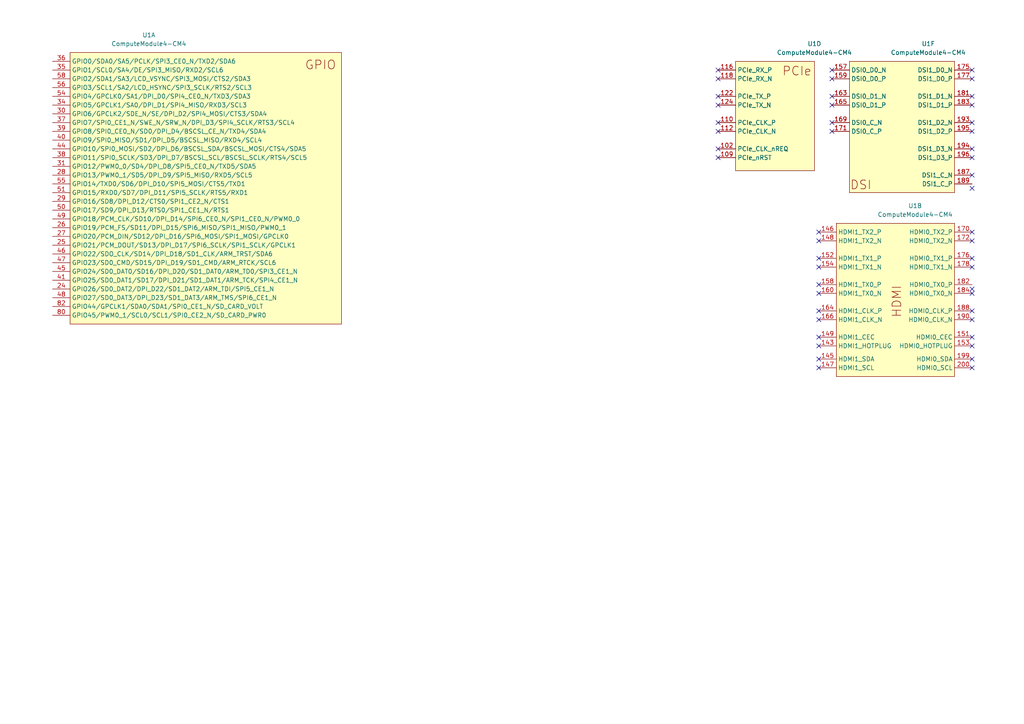
<source format=kicad_sch>
(kicad_sch (version 20231120) (generator "eeschema") (generator_version "8.0")
  (paper "A4")
  (lib_symbols
    (symbol "ComputeModule4-CM4_2"
      (property "Reference" "U1" (at 22.86 5.08 0))
      (property "Value" "ComputeModule4-CM4" (at 22.86 2.54 0))
      (symbol "ComputeModule4-CM4_2_1_1"
        (text "GPIO" (at 72.644 -3.556 0) (effects (font (size 2.54 2.54))))
        (pin passive line (at -49.53 -7.62 0) (length 5.08) hide (name "Reserved") (number "104"))
        (pin passive line (at -49.53 -10.16 0) (length 5.08) hide (name "Reserved") (number "106"))
        (pin passive line (at -5.08 -68.58 0) (length 5.08) (name "GPIO26/SD0_DAT2/DPI_D22/SD1_DAT2/ARM_TDI/SPI5_CE1_N") (number "24"))
        (pin passive line (at -5.08 -55.88 0) (length 5.08) (name "GPIO21/PCM_DOUT/SD13/DPI_D17/SPI6_SCLK/SPI1_SCLK/GPCLK1") (number "25"))
        (pin passive line (at -5.08 -50.8 0) (length 5.08) (name "GPIO19/PCM_FS/SD11/DPI_D15/SPI6_MISO/SPI1_MISO/PWM0_1") (number "26"))
        (pin passive line (at -5.08 -53.34 0) (length 5.08) (name "GPIO20/PCM_DIN/SD12/DPI_D16/SPI6_MOSI/SPI1_MOSI/GPCLK0") (number "27"))
        (pin passive line (at -5.08 -35.56 0) (length 5.08) (name "GPIO13/PWM0_1/SD5/DPI_D9/SPI5_MISO/RXD5/SCL5") (number "28"))
        (pin passive line (at -5.08 -43.18 0) (length 5.08) (name "GPIO16/SD8/DPI_D12/CTS0/SPI1_CE2_N/CTS1") (number "29"))
        (pin passive line (at -5.08 -17.78 0) (length 5.08) (name "GPIO6/GPCLK2/SDE_N/SE/DPI_D2/SPI4_MOSI/CTS3/SDA4") (number "30"))
        (pin passive line (at -5.08 -33.02 0) (length 5.08) (name "GPIO12/PWM0_0/SD4/DPI_D8/SPI5_CE0_N/TXD5/SDA5") (number "31"))
        (pin passive line (at -5.08 -15.24 0) (length 5.08) (name "GPIO5/GPCLK1/SA0/DPI_D1/SPI4_MISO/RXD3/SCL3") (number "34"))
        (pin passive line (at -5.08 -5.08 0) (length 5.08) (name "GPIO1/SCL0/SA4/DE/SPI3_MISO/RXD2/SCL6") (number "35"))
        (pin passive line (at -5.08 -2.54 0) (length 5.08) (name "GPIO0/SDA0/SA5/PCLK/SPI3_CE0_N/TXD2/SDA6") (number "36"))
        (pin passive line (at -5.08 -20.32 0) (length 5.08) (name "GPIO7/SPI0_CE1_N/SWE_N/SRW_N/DPI_D3/SPI4_SCLK/RTS3/SCL4") (number "37"))
        (pin passive line (at -5.08 -30.48 0) (length 5.08) (name "GPIO11/SPI0_SCLK/SD3/DPI_D7/BSCSL_SCL/BSCSL_SCLK/RTS4/SCL5") (number "38"))
        (pin passive line (at -5.08 -22.86 0) (length 5.08) (name "GPIO8/SPI0_CE0_N/SD0/DPI_D4/BSCSL_CE_N/TXD4/SDA4") (number "39"))
        (pin passive line (at -5.08 -25.4 0) (length 5.08) (name "GPIO9/SPI0_MISO/SD1/DPI_D5/BSCSL_MISO/RXD4/SCL4") (number "40"))
        (pin passive line (at -5.08 -66.04 0) (length 5.08) (name "GPIO25/SD0_DAT1/SD17/DPI_D21/SD1_DAT1/ARM_TCK/SPI4_CE1_N") (number "41"))
        (pin passive line (at -5.08 -27.94 0) (length 5.08) (name "GPIO10/SPI0_MOSI/SD2/DPI_D6/BSCSL_SDA/BSCSL_MOSI/CTS4/SDA5") (number "44"))
        (pin passive line (at -5.08 -63.5 0) (length 5.08) (name "GPIO24/SD0_DAT0/SD16/DPI_D20/SD1_DAT0/ARM_TD0/SPI3_CE1_N") (number "45"))
        (pin passive line (at -5.08 -58.42 0) (length 5.08) (name "GPIO22/SDO_CLK/SD14/DPI_D18/SD1_CLK/ARM_TRST/SDA6") (number "46"))
        (pin passive line (at -5.08 -60.96 0) (length 5.08) (name "GPIO23/SD0_CMD/SD15/DPI_D19/SD1_CMD/ARM_RTCK/SCL6") (number "47"))
        (pin passive line (at -5.08 -71.12 0) (length 5.08) (name "GPIO27/SD0_DAT3/DPI_D23/SD1_DAT3/ARM_TMS/SPI6_CE1_N") (number "48"))
        (pin passive line (at -5.08 -48.26 0) (length 5.08) (name "GPIO18/PCM_CLK/SD10/DPI_D14/SPI6_CE0_N/SPI1_CE0_N/PWM0_0") (number "49"))
        (pin passive line (at -5.08 -45.72 0) (length 5.08) (name "GPIO17/SD9/DPI_D13/RTS0/SPI1_CE1_N/RTS1") (number "50"))
        (pin passive line (at -5.08 -40.64 0) (length 5.08) (name "GPIO15/RXD0/SD7/DPI_D11/SPI5_SCLK/RTS5/RXD1") (number "51"))
        (pin passive line (at -5.08 -12.7 0) (length 5.08) (name "GPIO4/GPCLK0/SA1/DPI_D0/SPI4_CE0_N/TXD3/SDA3") (number "54"))
        (pin passive line (at -5.08 -38.1 0) (length 5.08) (name "GPIO14/TXD0/SD6/DPI_D10/SPI5_MOSI/CTS5/TXD1") (number "55"))
        (pin passive line (at -5.08 -10.16 0) (length 5.08) (name "GPIO3/SCL1/SA2/LCD_HSYNC/SPI3_SCLK/RTS2/SCL3") (number "56"))
        (pin passive line (at -5.08 -7.62 0) (length 5.08) (name "GPIO2/SDA1/SA3/LCD_VSYNC/SPI3_MOSI/CTS2/SDA3") (number "58"))
        (pin passive line (at -5.08 -76.2 0) (length 5.08) (name "GPIO45/PWM0_1/SCL0/SCL1/SPI0_CE2_N/SD_CARD_PWR0") (number "80"))
        (pin passive line (at -5.08 -73.66 0) (length 5.08) (name "GPIO44/GPCLK1/SDA0/SDA1/SPI0_CE1_N/SD_CARD_VOLT") (number "82"))
      )
      (symbol "ComputeModule4-CM4_2_2_1"
        (text "HDMI" (at 17.526 -22.606 900) (effects (font (size 2.54 2.54))))
        (pin input line (at -5.08 -35.56 0) (length 5.08) (name "HDMI1_HOTPLUG") (number "143"))
        (pin bidirectional line (at -5.08 -39.37 0) (length 5.08) (name "HDMI1_SDA") (number "145"))
        (pin output line (at -5.08 -2.54 0) (length 5.08) (name "HDMI1_TX2_P") (number "146"))
        (pin open_collector line (at -5.08 -41.91 0) (length 5.08) (name "HDMI1_SCL") (number "147"))
        (pin output line (at -5.08 -5.08 0) (length 5.08) (name "HDMI1_TX2_N") (number "148"))
        (pin open_collector line (at -5.08 -33.02 0) (length 5.08) (name "HDMI1_CEC") (number "149"))
        (pin open_collector line (at 39.37 -33.02 180) (length 5.08) (name "HDMI0_CEC") (number "151"))
        (pin output line (at -5.08 -10.16 0) (length 5.08) (name "HDMI1_TX1_P") (number "152"))
        (pin input line (at 39.37 -35.56 180) (length 5.08) (name "HDMI0_HOTPLUG") (number "153"))
        (pin output line (at -5.08 -12.7 0) (length 5.08) (name "HDMI1_TX1_N") (number "154"))
        (pin output line (at -5.08 -17.78 0) (length 5.08) (name "HDMI1_TX0_P") (number "158"))
        (pin output line (at -5.08 -20.32 0) (length 5.08) (name "HDMI1_TX0_N") (number "160"))
        (pin output line (at -5.08 -25.4 0) (length 5.08) (name "HDMI1_CLK_P") (number "164"))
        (pin output line (at -5.08 -27.94 0) (length 5.08) (name "HDMI1_CLK_N") (number "166"))
        (pin output line (at 39.37 -2.54 180) (length 5.08) (name "HDMI0_TX2_P") (number "170"))
        (pin output line (at 39.37 -5.08 180) (length 5.08) (name "HDMI0_TX2_N") (number "172"))
        (pin output line (at 39.37 -10.16 180) (length 5.08) (name "HDMI0_TX1_P") (number "176"))
        (pin output line (at 39.37 -12.7 180) (length 5.08) (name "HDMI0_TX1_N") (number "178"))
        (pin output line (at 39.37 -17.78 180) (length 5.08) (name "HDMI0_TX0_P") (number "182"))
        (pin output line (at 39.37 -20.32 180) (length 5.08) (name "HDMI0_TX0_N") (number "184"))
        (pin output line (at 39.37 -25.4 180) (length 5.08) (name "HDMI0_CLK_P") (number "188"))
        (pin output line (at 39.37 -27.94 180) (length 5.08) (name "HDMI0_CLK_N") (number "190"))
        (pin bidirectional line (at 39.37 -39.37 180) (length 5.08) (name "HDMI0_SDA") (number "199"))
        (pin open_collector line (at 39.37 -41.91 180) (length 5.08) (name "HDMI0_SCL") (number "200"))
      )
      (symbol "ComputeModule4-CM4_2_3_1"
        (text "GND" (at 9.144 -33.02 900) (effects (font (size 2.54 2.54))))
        (pin power_in line (at -5.08 -2.54 0) (length 5.08) (name "GND") (number "1"))
        (pin power_in line (at -5.08 -58.42 0) (length 5.08) (name "GND") (number "107"))
        (pin power_in line (at -5.08 -55.88 0) (length 5.08) (name "GND") (number "108"))
        (pin power_in line (at -5.08 -60.96 0) (length 5.08) (name "GND") (number "113"))
        (pin power_in line (at -5.08 -63.5 0) (length 5.08) (name "GND") (number "114"))
        (pin power_in line (at -5.08 -66.04 0) (length 5.08) (name "GND") (number "119"))
        (pin power_in line (at 22.86 -2.54 180) (length 5.08) (name "GND") (number "120"))
        (pin power_in line (at 22.86 -5.08 180) (length 5.08) (name "GND") (number "125"))
        (pin power_in line (at 22.86 -7.62 180) (length 5.08) (name "GND") (number "126"))
        (pin power_in line (at -5.08 -12.7 0) (length 5.08) (name "GND") (number "13"))
        (pin power_in line (at 22.86 -10.16 180) (length 5.08) (name "GND") (number "131"))
        (pin power_in line (at 22.86 -12.7 180) (length 5.08) (name "GND") (number "132"))
        (pin power_in line (at 22.86 -15.24 180) (length 5.08) (name "GND") (number "137"))
        (pin power_in line (at 22.86 -17.78 180) (length 5.08) (name "GND") (number "138"))
        (pin power_in line (at -5.08 -15.24 0) (length 5.08) (name "GND") (number "14"))
        (pin power_in line (at 22.86 -20.32 180) (length 5.08) (name "GND") (number "144"))
        (pin power_in line (at 22.86 -22.86 180) (length 5.08) (name "GND") (number "150"))
        (pin power_in line (at 22.86 -25.4 180) (length 5.08) (name "GND") (number "155"))
        (pin power_in line (at 22.86 -27.94 180) (length 5.08) (name "GND") (number "156"))
        (pin power_in line (at 22.86 -30.48 180) (length 5.08) (name "GND") (number "161"))
        (pin power_in line (at 22.86 -33.02 180) (length 5.08) (name "GND") (number "162"))
        (pin power_in line (at 22.86 -35.56 180) (length 5.08) (name "GND") (number "167"))
        (pin power_in line (at 22.86 -38.1 180) (length 5.08) (name "GND") (number "168"))
        (pin power_in line (at 22.86 -40.64 180) (length 5.08) (name "GND") (number "173"))
        (pin power_in line (at 22.86 -43.18 180) (length 5.08) (name "GND") (number "174"))
        (pin power_in line (at 22.86 -45.72 180) (length 5.08) (name "GND") (number "179"))
        (pin power_in line (at 22.86 -48.26 180) (length 5.08) (name "GND") (number "180"))
        (pin power_in line (at 22.86 -50.8 180) (length 5.08) (name "GND") (number "185"))
        (pin power_in line (at 22.86 -53.34 180) (length 5.08) (name "GND") (number "186"))
        (pin power_in line (at 22.86 -55.88 180) (length 5.08) (name "GND") (number "191"))
        (pin power_in line (at 22.86 -58.42 180) (length 5.08) (name "GND") (number "192"))
        (pin power_in line (at 22.86 -60.96 180) (length 5.08) (name "GND") (number "197"))
        (pin power_in line (at 22.86 -63.5 180) (length 5.08) (name "GND") (number "198"))
        (pin power_in line (at -5.08 -5.08 0) (length 5.08) (name "GND") (number "2"))
        (pin power_in line (at -5.08 -17.78 0) (length 5.08) (name "GND") (number "22"))
        (pin power_in line (at -5.08 -20.32 0) (length 5.08) (name "GND") (number "23"))
        (pin power_in line (at -5.08 -22.86 0) (length 5.08) (name "GND") (number "32"))
        (pin power_in line (at -5.08 -25.4 0) (length 5.08) (name "GND") (number "33"))
        (pin power_in line (at -5.08 -27.94 0) (length 5.08) (name "GND") (number "42"))
        (pin power_in line (at -5.08 -30.48 0) (length 5.08) (name "GND") (number "43"))
        (pin power_in line (at -5.08 -33.02 0) (length 5.08) (name "GND") (number "52"))
        (pin power_in line (at -5.08 -35.56 0) (length 5.08) (name "GND") (number "53"))
        (pin power_in line (at -5.08 -38.1 0) (length 5.08) (name "GND") (number "59"))
        (pin power_in line (at -5.08 -40.64 0) (length 5.08) (name "GND") (number "60"))
        (pin power_in line (at -5.08 -43.18 0) (length 5.08) (name "GND") (number "65"))
        (pin power_in line (at -5.08 -45.72 0) (length 5.08) (name "GND") (number "66"))
        (pin power_in line (at -5.08 -7.62 0) (length 5.08) (name "GND") (number "7"))
        (pin power_in line (at -5.08 -48.26 0) (length 5.08) (name "GND") (number "71"))
        (pin power_in line (at -5.08 -50.8 0) (length 5.08) (name "GND") (number "74"))
        (pin power_in line (at -5.08 -10.16 0) (length 5.08) (name "GND") (number "8"))
        (pin power_in line (at -5.08 -53.34 0) (length 5.08) (name "GND") (number "98"))
      )
      (symbol "ComputeModule4-CM4_2_4_1"
        (text "PCIe" (at 17.78 -2.794 0) (effects (font (size 2.54 2.54))))
        (pin input line (at -5.08 -25.4 0) (length 5.08) (name "PCIe_CLK_nREQ") (number "102"))
        (pin bidirectional line (at -5.08 -27.94 0) (length 5.08) (name "PCIe_nRST") (number "109"))
        (pin output line (at -5.08 -17.78 0) (length 5.08) (name "PCIe_CLK_P") (number "110"))
        (pin output line (at -5.08 -20.32 0) (length 5.08) (name "PCIe_CLK_N") (number "112"))
        (pin input line (at -5.08 -2.54 0) (length 5.08) (name "PCIe_RX_P") (number "116"))
        (pin input line (at -5.08 -5.08 0) (length 5.08) (name "PCIe_RX_N") (number "118"))
        (pin output line (at -5.08 -10.16 0) (length 5.08) (name "PCIe_TX_P") (number "122"))
        (pin output line (at -5.08 -12.7 0) (length 5.08) (name "PCIe_TX_N") (number "124"))
      )
      (symbol "ComputeModule4-CM4_2_5_1"
        (text "Cameras" (at 8.89 -35.56 0) (effects (font (size 2.54 2.54))))
        (pin input line (at 35.56 -2.54 180) (length 5.08) (name "CAM1_D0_N") (number "115"))
        (pin input line (at 35.56 -5.08 180) (length 5.08) (name "CAM1_D0_P") (number "117"))
        (pin input line (at 35.56 -10.16 180) (length 5.08) (name "CAM1_D1_N") (number "121"))
        (pin input line (at 35.56 -12.7 180) (length 5.08) (name "CAM1_D1_P") (number "123"))
        (pin input line (at 35.56 -17.78 180) (length 5.08) (name "CAM1_C_N") (number "127"))
        (pin input line (at -5.08 -2.54 0) (length 5.08) (name "CAM0_D0_N") (number "128"))
        (pin input line (at 35.56 -20.32 180) (length 5.08) (name "CAM1_C_P") (number "129"))
        (pin input line (at -5.08 -5.08 0) (length 5.08) (name "CAM0_D0_P") (number "130"))
        (pin input line (at 35.56 -25.4 180) (length 5.08) (name "CAM1_D2_N") (number "133"))
        (pin input line (at -5.08 -10.16 0) (length 5.08) (name "CAM0_D1_N") (number "134"))
        (pin input line (at 35.56 -27.94 180) (length 5.08) (name "CAM1_D2_P") (number "135"))
        (pin input line (at -5.08 -12.7 0) (length 5.08) (name "CAM0_D1_P") (number "136"))
        (pin input line (at 35.56 -33.02 180) (length 5.08) (name "CAM1_D3_N") (number "139"))
        (pin input line (at -5.08 -17.78 0) (length 5.08) (name "CAM0_C_N") (number "140"))
        (pin input line (at 35.56 -35.56 180) (length 5.08) (name "CAM1_D3_P") (number "141"))
        (pin input line (at -5.08 -20.32 0) (length 5.08) (name "CAM0_C_P") (number "142"))
        (pin passive line (at -5.08 -25.4 0) (length 5.08) (name "Camera_GPIO") (number "97"))
      )
      (symbol "ComputeModule4-CM4_2_6_1"
        (text "DSI" (at 3.302 -35.814 0) (effects (font (size 2.54 2.54))))
        (pin output line (at -5.08 -2.54 0) (length 5.08) (name "DSI0_D0_N") (number "157"))
        (pin output line (at -5.08 -5.08 0) (length 5.08) (name "DSI0_D0_P") (number "159"))
        (pin output line (at -5.08 -10.16 0) (length 5.08) (name "DSI0_D1_N") (number "163"))
        (pin output line (at -5.08 -12.7 0) (length 5.08) (name "DSI0_D1_P") (number "165"))
        (pin output line (at -5.08 -17.78 0) (length 5.08) (name "DSI0_C_N") (number "169"))
        (pin output line (at -5.08 -20.32 0) (length 5.08) (name "DSI0_C_P") (number "171"))
        (pin output line (at 35.56 -2.54 180) (length 5.08) (name "DSI1_D0_N") (number "175"))
        (pin output line (at 35.56 -5.08 180) (length 5.08) (name "DSI1_D0_P") (number "177"))
        (pin output line (at 35.56 -10.16 180) (length 5.08) (name "DSI1_D1_N") (number "181"))
        (pin output line (at 35.56 -12.7 180) (length 5.08) (name "DSI1_D1_P") (number "183"))
        (pin output line (at 35.56 -33.02 180) (length 5.08) (name "DSI1_C_N") (number "187"))
        (pin output line (at 35.56 -35.56 180) (length 5.08) (name "DSI1_C_P") (number "189"))
        (pin output line (at 35.56 -17.78 180) (length 5.08) (name "DSI1_D2_N") (number "193"))
        (pin output line (at 35.56 -25.4 180) (length 5.08) (name "DSI1_D3_N") (number "194"))
        (pin output line (at 35.56 -20.32 180) (length 5.08) (name "DSI1_D2_P") (number "195"))
        (pin output line (at 35.56 -27.94 180) (length 5.08) (name "DSI1_D3_P") (number "196"))
      )
      (symbol "ComputeModule4-CM4_2_7_1"
        (text "Power" (at 21.336 -5.334 0) (effects (font (size 2.54 2.54))))
        (pin power_in line (at -5.08 -2.54 0) (length 5.08) (name "+5v_(Input)") (number "77"))
        (pin power_in line (at 50.8 -10.16 180) (length 5.08) (name "GPIO_VREF(1.8v/3.3v_Input)") (number "78"))
        (pin power_in line (at -5.08 -5.08 0) (length 5.08) (name "+5v_(Input)") (number "79"))
        (pin power_in line (at -5.08 -7.62 0) (length 5.08) (name "+5v_(Input)") (number "81"))
        (pin power_in line (at -5.08 -10.16 0) (length 5.08) (name "+5v_(Input)") (number "83"))
        (pin power_out line (at 50.8 -15.24 180) (length 5.08) (name "+3.3v_(Output)") (number "84"))
        (pin power_in line (at -5.08 -12.7 0) (length 5.08) (name "+5v_(Input)") (number "85"))
        (pin power_out line (at 50.8 -17.78 180) (length 5.08) (name "+3.3v_(Output)") (number "86"))
        (pin power_in line (at -5.08 -15.24 0) (length 5.08) (name "+5v_(Input)") (number "87"))
        (pin power_out line (at 50.8 -2.54 180) (length 5.08) (name "+1.8v_(Output)") (number "88"))
        (pin power_out line (at 50.8 -5.08 180) (length 5.08) (name "+1.8v_(Output)") (number "90"))
      )
      (symbol "ComputeModule4-CM4_2_8_1"
        (text "Ethernet" (at 49.022 -2.54 0) (effects (font (size 2.54 2.54)) (justify right)))
        (pin passive line (at -5.08 -5.08 0) (length 5.08) (name "Ethernet_Pair0_N") (number "10"))
        (pin passive line (at -5.08 -12.7 0) (length 5.08) (name "Ethernet_Pair2_P") (number "11"))
        (pin passive line (at -5.08 -2.54 0) (length 5.08) (name "Ethernet_Pair0_P") (number "12"))
        (pin output line (at 54.61 -10.16 180) (length 5.08) (name "Ethernet_nLED3(3.3v)") (number "15"))
        (pin input line (at -5.08 -25.4 0) (length 5.08) (name "Ethernet_SYNC_IN(1.8v)") (number "16"))
        (pin output line (at 54.61 -12.7 180) (length 5.08) (name "Ethernet_nLED2(3.3v)") (number "17"))
        (pin output line (at 54.61 -25.4 180) (length 5.08) (name "Ethernet_SYNC_OUT(1.8v)") (number "18"))
        (pin output line (at 54.61 -15.24 180) (length 5.08) (name "Ethernet_nLED1(3.3v)") (number "19"))
        (pin passive line (at -5.08 -17.78 0) (length 5.08) (name "Ethernet_Pair3_P") (number "3"))
        (pin passive line (at -5.08 -7.62 0) (length 5.08) (name "Ethernet_Pair1_P") (number "4"))
        (pin passive line (at -5.08 -20.32 0) (length 5.08) (name "Ethernet_Pair3_N") (number "5"))
        (pin passive line (at -5.08 -10.16 0) (length 5.08) (name "Ethernet_Pair1_N") (number "6"))
        (pin passive line (at -5.08 -15.24 0) (length 5.08) (name "Ethernet_Pair2_N") (number "9"))
      )
      (symbol "ComputeModule4-CM4_2_9_1"
        (text "NB SD signals are only available" (at 9.906 -39.878 0) (effects (font (size 1.27 1.27))))
        (text "on modules without eMMC" (at 8.382 -42.926 0) (effects (font (size 1.27 1.27))))
        (text "Only On CM4Lite" (at 8.636 -37.084 0) (effects (font (size 1.27 1.27))))
        (text "SD" (at 16.002 -2.54 0) (effects (font (size 2.54 2.54))))
        (pin passive line (at -5.08 -10.16 0) (length 5.08) (name "SD_CLK") (number "57"))
        (pin passive line (at -5.08 -5.08 0) (length 5.08) (name "SD_DAT3") (number "61"))
        (pin passive line (at -5.08 -7.62 0) (length 5.08) (name "SD_CMD") (number "62"))
        (pin passive line (at -5.08 -12.7 0) (length 5.08) (name "SD_DAT0") (number "63"))
        (pin passive line (at -5.08 -17.78 0) (length 5.08) (name "SD_DAT5") (number "64"))
        (pin passive line (at -5.08 -15.24 0) (length 5.08) (name "SD_DAT1") (number "67"))
        (pin passive line (at -5.08 -20.32 0) (length 5.08) (name "SD_DAT4") (number "68"))
        (pin passive line (at -5.08 -2.54 0) (length 5.08) (name "SD_DAT2") (number "69"))
        (pin passive line (at -5.08 -22.86 0) (length 5.08) (name "SD_DAT7") (number "70"))
        (pin passive line (at -5.08 -25.4 0) (length 5.08) (name "SD_DAT6") (number "72"))
        (pin input line (at -5.08 -27.94 0) (length 5.08) (name "SD_VDD_Override") (number "73"))
        (pin output line (at -5.08 -30.48 0) (length 5.08) (name "SD_PWR_ON") (number "75"))
        (pin passive line (at -5.08 -33.02 0) (length 5.08) (name "Reserved") (number "76"))
      )
      (symbol "ComputeModule4-CM4_2_10_1"
        (text "Boot &\nStatus" (at 19.304 -4.318 0) (effects (font (size 2.54 2.54))))
        (pin output line (at -5.08 -10.16 0) (length 5.08) (name "nEXTRST") (number "100"))
        (pin passive line (at -5.08 -30.48 0) (length 5.08) (name "VDAC_COMP") (number "111"))
        (pin passive line (at -5.08 -25.4 0) (length 5.08) (name "EEPROM_nWP") (number "20"))
        (pin open_collector line (at -5.08 -27.94 0) (length 5.08) (name "PI_nLED_Activity") (number "21"))
        (pin power_in line (at -5.08 -20.32 0) (length 5.08) (name "WiFi_nDisable") (number "89"))
        (pin power_in line (at -5.08 -22.86 0) (length 5.08) (name "BT_nDisable") (number "91"))
        (pin passive line (at -5.08 -2.54 0) (length 5.08) (name "RUN_PG") (number "92"))
        (pin input line (at -5.08 -17.78 0) (length 5.08) (name "nRPIBOOT") (number "93"))
        (pin passive line (at -5.08 -5.08 0) (length 5.08) (name "AnalogIP1") (number "94"))
        (pin output line (at -5.08 -15.24 0) (length 5.08) (name "nPI_LED_PWR") (number "95"))
        (pin passive line (at -5.08 -7.62 0) (length 5.08) (name "AnalogIP0") (number "96"))
        (pin input line (at -5.08 -12.7 0) (length 5.08) (name "Global_EN") (number "99"))
      )
      (symbol "ComputeModule4-CM4_2_11_1"
        (text "USB" (at 19.558 -5.334 0) (effects (font (size 2.54 2.54))))
        (pin input line (at -5.08 -2.54 0) (length 5.08) (name "USB_OTG_ID") (number "101"))
        (pin passive line (at -5.08 -5.08 0) (length 5.08) (name "USB2_N") (number "103"))
        (pin passive line (at 29.21 -5.08 180) (length 5.08) hide (name "Reserved") (number "104"))
        (pin passive line (at -5.08 -7.62 0) (length 5.08) (name "USB2_P") (number "105"))
        (pin passive line (at 29.21 -7.62 180) (length 5.08) hide (name "Reserved") (number "106"))
        (pin passive line (at 29.21 -2.54 180) (length 5.08) hide (name "Reserved") (number "76"))
      )
    )
    (symbol "ComputeModule4-CM4_3"
      (property "Reference" "U1" (at 22.86 5.08 0))
      (property "Value" "ComputeModule4-CM4" (at 22.86 2.54 0))
      (symbol "ComputeModule4-CM4_3_1_1"
        (text "GPIO" (at 72.644 -3.556 0) (effects (font (size 2.54 2.54))))
        (pin passive line (at -49.53 -7.62 0) (length 5.08) hide (name "Reserved") (number "104"))
        (pin passive line (at -49.53 -10.16 0) (length 5.08) hide (name "Reserved") (number "106"))
        (pin passive line (at -5.08 -68.58 0) (length 5.08) (name "GPIO26/SD0_DAT2/DPI_D22/SD1_DAT2/ARM_TDI/SPI5_CE1_N") (number "24"))
        (pin passive line (at -5.08 -55.88 0) (length 5.08) (name "GPIO21/PCM_DOUT/SD13/DPI_D17/SPI6_SCLK/SPI1_SCLK/GPCLK1") (number "25"))
        (pin passive line (at -5.08 -50.8 0) (length 5.08) (name "GPIO19/PCM_FS/SD11/DPI_D15/SPI6_MISO/SPI1_MISO/PWM0_1") (number "26"))
        (pin passive line (at -5.08 -53.34 0) (length 5.08) (name "GPIO20/PCM_DIN/SD12/DPI_D16/SPI6_MOSI/SPI1_MOSI/GPCLK0") (number "27"))
        (pin passive line (at -5.08 -35.56 0) (length 5.08) (name "GPIO13/PWM0_1/SD5/DPI_D9/SPI5_MISO/RXD5/SCL5") (number "28"))
        (pin passive line (at -5.08 -43.18 0) (length 5.08) (name "GPIO16/SD8/DPI_D12/CTS0/SPI1_CE2_N/CTS1") (number "29"))
        (pin passive line (at -5.08 -17.78 0) (length 5.08) (name "GPIO6/GPCLK2/SDE_N/SE/DPI_D2/SPI4_MOSI/CTS3/SDA4") (number "30"))
        (pin passive line (at -5.08 -33.02 0) (length 5.08) (name "GPIO12/PWM0_0/SD4/DPI_D8/SPI5_CE0_N/TXD5/SDA5") (number "31"))
        (pin passive line (at -5.08 -15.24 0) (length 5.08) (name "GPIO5/GPCLK1/SA0/DPI_D1/SPI4_MISO/RXD3/SCL3") (number "34"))
        (pin passive line (at -5.08 -5.08 0) (length 5.08) (name "GPIO1/SCL0/SA4/DE/SPI3_MISO/RXD2/SCL6") (number "35"))
        (pin passive line (at -5.08 -2.54 0) (length 5.08) (name "GPIO0/SDA0/SA5/PCLK/SPI3_CE0_N/TXD2/SDA6") (number "36"))
        (pin passive line (at -5.08 -20.32 0) (length 5.08) (name "GPIO7/SPI0_CE1_N/SWE_N/SRW_N/DPI_D3/SPI4_SCLK/RTS3/SCL4") (number "37"))
        (pin passive line (at -5.08 -30.48 0) (length 5.08) (name "GPIO11/SPI0_SCLK/SD3/DPI_D7/BSCSL_SCL/BSCSL_SCLK/RTS4/SCL5") (number "38"))
        (pin passive line (at -5.08 -22.86 0) (length 5.08) (name "GPIO8/SPI0_CE0_N/SD0/DPI_D4/BSCSL_CE_N/TXD4/SDA4") (number "39"))
        (pin passive line (at -5.08 -25.4 0) (length 5.08) (name "GPIO9/SPI0_MISO/SD1/DPI_D5/BSCSL_MISO/RXD4/SCL4") (number "40"))
        (pin passive line (at -5.08 -66.04 0) (length 5.08) (name "GPIO25/SD0_DAT1/SD17/DPI_D21/SD1_DAT1/ARM_TCK/SPI4_CE1_N") (number "41"))
        (pin passive line (at -5.08 -27.94 0) (length 5.08) (name "GPIO10/SPI0_MOSI/SD2/DPI_D6/BSCSL_SDA/BSCSL_MOSI/CTS4/SDA5") (number "44"))
        (pin passive line (at -5.08 -63.5 0) (length 5.08) (name "GPIO24/SD0_DAT0/SD16/DPI_D20/SD1_DAT0/ARM_TD0/SPI3_CE1_N") (number "45"))
        (pin passive line (at -5.08 -58.42 0) (length 5.08) (name "GPIO22/SDO_CLK/SD14/DPI_D18/SD1_CLK/ARM_TRST/SDA6") (number "46"))
        (pin passive line (at -5.08 -60.96 0) (length 5.08) (name "GPIO23/SD0_CMD/SD15/DPI_D19/SD1_CMD/ARM_RTCK/SCL6") (number "47"))
        (pin passive line (at -5.08 -71.12 0) (length 5.08) (name "GPIO27/SD0_DAT3/DPI_D23/SD1_DAT3/ARM_TMS/SPI6_CE1_N") (number "48"))
        (pin passive line (at -5.08 -48.26 0) (length 5.08) (name "GPIO18/PCM_CLK/SD10/DPI_D14/SPI6_CE0_N/SPI1_CE0_N/PWM0_0") (number "49"))
        (pin passive line (at -5.08 -45.72 0) (length 5.08) (name "GPIO17/SD9/DPI_D13/RTS0/SPI1_CE1_N/RTS1") (number "50"))
        (pin passive line (at -5.08 -40.64 0) (length 5.08) (name "GPIO15/RXD0/SD7/DPI_D11/SPI5_SCLK/RTS5/RXD1") (number "51"))
        (pin passive line (at -5.08 -12.7 0) (length 5.08) (name "GPIO4/GPCLK0/SA1/DPI_D0/SPI4_CE0_N/TXD3/SDA3") (number "54"))
        (pin passive line (at -5.08 -38.1 0) (length 5.08) (name "GPIO14/TXD0/SD6/DPI_D10/SPI5_MOSI/CTS5/TXD1") (number "55"))
        (pin passive line (at -5.08 -10.16 0) (length 5.08) (name "GPIO3/SCL1/SA2/LCD_HSYNC/SPI3_SCLK/RTS2/SCL3") (number "56"))
        (pin passive line (at -5.08 -7.62 0) (length 5.08) (name "GPIO2/SDA1/SA3/LCD_VSYNC/SPI3_MOSI/CTS2/SDA3") (number "58"))
        (pin passive line (at -5.08 -76.2 0) (length 5.08) (name "GPIO45/PWM0_1/SCL0/SCL1/SPI0_CE2_N/SD_CARD_PWR0") (number "80"))
        (pin passive line (at -5.08 -73.66 0) (length 5.08) (name "GPIO44/GPCLK1/SDA0/SDA1/SPI0_CE1_N/SD_CARD_VOLT") (number "82"))
      )
      (symbol "ComputeModule4-CM4_3_2_1"
        (text "HDMI" (at 17.526 -22.606 900) (effects (font (size 2.54 2.54))))
        (pin input line (at -5.08 -35.56 0) (length 5.08) (name "HDMI1_HOTPLUG") (number "143"))
        (pin bidirectional line (at -5.08 -39.37 0) (length 5.08) (name "HDMI1_SDA") (number "145"))
        (pin output line (at -5.08 -2.54 0) (length 5.08) (name "HDMI1_TX2_P") (number "146"))
        (pin open_collector line (at -5.08 -41.91 0) (length 5.08) (name "HDMI1_SCL") (number "147"))
        (pin output line (at -5.08 -5.08 0) (length 5.08) (name "HDMI1_TX2_N") (number "148"))
        (pin open_collector line (at -5.08 -33.02 0) (length 5.08) (name "HDMI1_CEC") (number "149"))
        (pin open_collector line (at 39.37 -33.02 180) (length 5.08) (name "HDMI0_CEC") (number "151"))
        (pin output line (at -5.08 -10.16 0) (length 5.08) (name "HDMI1_TX1_P") (number "152"))
        (pin input line (at 39.37 -35.56 180) (length 5.08) (name "HDMI0_HOTPLUG") (number "153"))
        (pin output line (at -5.08 -12.7 0) (length 5.08) (name "HDMI1_TX1_N") (number "154"))
        (pin output line (at -5.08 -17.78 0) (length 5.08) (name "HDMI1_TX0_P") (number "158"))
        (pin output line (at -5.08 -20.32 0) (length 5.08) (name "HDMI1_TX0_N") (number "160"))
        (pin output line (at -5.08 -25.4 0) (length 5.08) (name "HDMI1_CLK_P") (number "164"))
        (pin output line (at -5.08 -27.94 0) (length 5.08) (name "HDMI1_CLK_N") (number "166"))
        (pin output line (at 39.37 -2.54 180) (length 5.08) (name "HDMI0_TX2_P") (number "170"))
        (pin output line (at 39.37 -5.08 180) (length 5.08) (name "HDMI0_TX2_N") (number "172"))
        (pin output line (at 39.37 -10.16 180) (length 5.08) (name "HDMI0_TX1_P") (number "176"))
        (pin output line (at 39.37 -12.7 180) (length 5.08) (name "HDMI0_TX1_N") (number "178"))
        (pin output line (at 39.37 -17.78 180) (length 5.08) (name "HDMI0_TX0_P") (number "182"))
        (pin output line (at 39.37 -20.32 180) (length 5.08) (name "HDMI0_TX0_N") (number "184"))
        (pin output line (at 39.37 -25.4 180) (length 5.08) (name "HDMI0_CLK_P") (number "188"))
        (pin output line (at 39.37 -27.94 180) (length 5.08) (name "HDMI0_CLK_N") (number "190"))
        (pin bidirectional line (at 39.37 -39.37 180) (length 5.08) (name "HDMI0_SDA") (number "199"))
        (pin open_collector line (at 39.37 -41.91 180) (length 5.08) (name "HDMI0_SCL") (number "200"))
      )
      (symbol "ComputeModule4-CM4_3_3_1"
        (text "GND" (at 9.144 -33.02 900) (effects (font (size 2.54 2.54))))
        (pin power_in line (at -5.08 -2.54 0) (length 5.08) (name "GND") (number "1"))
        (pin power_in line (at -5.08 -58.42 0) (length 5.08) (name "GND") (number "107"))
        (pin power_in line (at -5.08 -55.88 0) (length 5.08) (name "GND") (number "108"))
        (pin power_in line (at -5.08 -60.96 0) (length 5.08) (name "GND") (number "113"))
        (pin power_in line (at -5.08 -63.5 0) (length 5.08) (name "GND") (number "114"))
        (pin power_in line (at -5.08 -66.04 0) (length 5.08) (name "GND") (number "119"))
        (pin power_in line (at 22.86 -2.54 180) (length 5.08) (name "GND") (number "120"))
        (pin power_in line (at 22.86 -5.08 180) (length 5.08) (name "GND") (number "125"))
        (pin power_in line (at 22.86 -7.62 180) (length 5.08) (name "GND") (number "126"))
        (pin power_in line (at -5.08 -12.7 0) (length 5.08) (name "GND") (number "13"))
        (pin power_in line (at 22.86 -10.16 180) (length 5.08) (name "GND") (number "131"))
        (pin power_in line (at 22.86 -12.7 180) (length 5.08) (name "GND") (number "132"))
        (pin power_in line (at 22.86 -15.24 180) (length 5.08) (name "GND") (number "137"))
        (pin power_in line (at 22.86 -17.78 180) (length 5.08) (name "GND") (number "138"))
        (pin power_in line (at -5.08 -15.24 0) (length 5.08) (name "GND") (number "14"))
        (pin power_in line (at 22.86 -20.32 180) (length 5.08) (name "GND") (number "144"))
        (pin power_in line (at 22.86 -22.86 180) (length 5.08) (name "GND") (number "150"))
        (pin power_in line (at 22.86 -25.4 180) (length 5.08) (name "GND") (number "155"))
        (pin power_in line (at 22.86 -27.94 180) (length 5.08) (name "GND") (number "156"))
        (pin power_in line (at 22.86 -30.48 180) (length 5.08) (name "GND") (number "161"))
        (pin power_in line (at 22.86 -33.02 180) (length 5.08) (name "GND") (number "162"))
        (pin power_in line (at 22.86 -35.56 180) (length 5.08) (name "GND") (number "167"))
        (pin power_in line (at 22.86 -38.1 180) (length 5.08) (name "GND") (number "168"))
        (pin power_in line (at 22.86 -40.64 180) (length 5.08) (name "GND") (number "173"))
        (pin power_in line (at 22.86 -43.18 180) (length 5.08) (name "GND") (number "174"))
        (pin power_in line (at 22.86 -45.72 180) (length 5.08) (name "GND") (number "179"))
        (pin power_in line (at 22.86 -48.26 180) (length 5.08) (name "GND") (number "180"))
        (pin power_in line (at 22.86 -50.8 180) (length 5.08) (name "GND") (number "185"))
        (pin power_in line (at 22.86 -53.34 180) (length 5.08) (name "GND") (number "186"))
        (pin power_in line (at 22.86 -55.88 180) (length 5.08) (name "GND") (number "191"))
        (pin power_in line (at 22.86 -58.42 180) (length 5.08) (name "GND") (number "192"))
        (pin power_in line (at 22.86 -60.96 180) (length 5.08) (name "GND") (number "197"))
        (pin power_in line (at 22.86 -63.5 180) (length 5.08) (name "GND") (number "198"))
        (pin power_in line (at -5.08 -5.08 0) (length 5.08) (name "GND") (number "2"))
        (pin power_in line (at -5.08 -17.78 0) (length 5.08) (name "GND") (number "22"))
        (pin power_in line (at -5.08 -20.32 0) (length 5.08) (name "GND") (number "23"))
        (pin power_in line (at -5.08 -22.86 0) (length 5.08) (name "GND") (number "32"))
        (pin power_in line (at -5.08 -25.4 0) (length 5.08) (name "GND") (number "33"))
        (pin power_in line (at -5.08 -27.94 0) (length 5.08) (name "GND") (number "42"))
        (pin power_in line (at -5.08 -30.48 0) (length 5.08) (name "GND") (number "43"))
        (pin power_in line (at -5.08 -33.02 0) (length 5.08) (name "GND") (number "52"))
        (pin power_in line (at -5.08 -35.56 0) (length 5.08) (name "GND") (number "53"))
        (pin power_in line (at -5.08 -38.1 0) (length 5.08) (name "GND") (number "59"))
        (pin power_in line (at -5.08 -40.64 0) (length 5.08) (name "GND") (number "60"))
        (pin power_in line (at -5.08 -43.18 0) (length 5.08) (name "GND") (number "65"))
        (pin power_in line (at -5.08 -45.72 0) (length 5.08) (name "GND") (number "66"))
        (pin power_in line (at -5.08 -7.62 0) (length 5.08) (name "GND") (number "7"))
        (pin power_in line (at -5.08 -48.26 0) (length 5.08) (name "GND") (number "71"))
        (pin power_in line (at -5.08 -50.8 0) (length 5.08) (name "GND") (number "74"))
        (pin power_in line (at -5.08 -10.16 0) (length 5.08) (name "GND") (number "8"))
        (pin power_in line (at -5.08 -53.34 0) (length 5.08) (name "GND") (number "98"))
      )
      (symbol "ComputeModule4-CM4_3_4_1"
        (text "PCIe" (at 17.78 -2.794 0) (effects (font (size 2.54 2.54))))
        (pin input line (at -5.08 -25.4 0) (length 5.08) (name "PCIe_CLK_nREQ") (number "102"))
        (pin bidirectional line (at -5.08 -27.94 0) (length 5.08) (name "PCIe_nRST") (number "109"))
        (pin output line (at -5.08 -17.78 0) (length 5.08) (name "PCIe_CLK_P") (number "110"))
        (pin output line (at -5.08 -20.32 0) (length 5.08) (name "PCIe_CLK_N") (number "112"))
        (pin input line (at -5.08 -2.54 0) (length 5.08) (name "PCIe_RX_P") (number "116"))
        (pin input line (at -5.08 -5.08 0) (length 5.08) (name "PCIe_RX_N") (number "118"))
        (pin output line (at -5.08 -10.16 0) (length 5.08) (name "PCIe_TX_P") (number "122"))
        (pin output line (at -5.08 -12.7 0) (length 5.08) (name "PCIe_TX_N") (number "124"))
      )
      (symbol "ComputeModule4-CM4_3_5_1"
        (text "Cameras" (at 8.89 -35.56 0) (effects (font (size 2.54 2.54))))
        (pin input line (at 35.56 -2.54 180) (length 5.08) (name "CAM1_D0_N") (number "115"))
        (pin input line (at 35.56 -5.08 180) (length 5.08) (name "CAM1_D0_P") (number "117"))
        (pin input line (at 35.56 -10.16 180) (length 5.08) (name "CAM1_D1_N") (number "121"))
        (pin input line (at 35.56 -12.7 180) (length 5.08) (name "CAM1_D1_P") (number "123"))
        (pin input line (at 35.56 -17.78 180) (length 5.08) (name "CAM1_C_N") (number "127"))
        (pin input line (at -5.08 -2.54 0) (length 5.08) (name "CAM0_D0_N") (number "128"))
        (pin input line (at 35.56 -20.32 180) (length 5.08) (name "CAM1_C_P") (number "129"))
        (pin input line (at -5.08 -5.08 0) (length 5.08) (name "CAM0_D0_P") (number "130"))
        (pin input line (at 35.56 -25.4 180) (length 5.08) (name "CAM1_D2_N") (number "133"))
        (pin input line (at -5.08 -10.16 0) (length 5.08) (name "CAM0_D1_N") (number "134"))
        (pin input line (at 35.56 -27.94 180) (length 5.08) (name "CAM1_D2_P") (number "135"))
        (pin input line (at -5.08 -12.7 0) (length 5.08) (name "CAM0_D1_P") (number "136"))
        (pin input line (at 35.56 -33.02 180) (length 5.08) (name "CAM1_D3_N") (number "139"))
        (pin input line (at -5.08 -17.78 0) (length 5.08) (name "CAM0_C_N") (number "140"))
        (pin input line (at 35.56 -35.56 180) (length 5.08) (name "CAM1_D3_P") (number "141"))
        (pin input line (at -5.08 -20.32 0) (length 5.08) (name "CAM0_C_P") (number "142"))
        (pin passive line (at -5.08 -25.4 0) (length 5.08) (name "Camera_GPIO") (number "97"))
      )
      (symbol "ComputeModule4-CM4_3_6_1"
        (text "DSI" (at 3.302 -35.814 0) (effects (font (size 2.54 2.54))))
        (pin output line (at -5.08 -2.54 0) (length 5.08) (name "DSI0_D0_N") (number "157"))
        (pin output line (at -5.08 -5.08 0) (length 5.08) (name "DSI0_D0_P") (number "159"))
        (pin output line (at -5.08 -10.16 0) (length 5.08) (name "DSI0_D1_N") (number "163"))
        (pin output line (at -5.08 -12.7 0) (length 5.08) (name "DSI0_D1_P") (number "165"))
        (pin output line (at -5.08 -17.78 0) (length 5.08) (name "DSI0_C_N") (number "169"))
        (pin output line (at -5.08 -20.32 0) (length 5.08) (name "DSI0_C_P") (number "171"))
        (pin output line (at 35.56 -2.54 180) (length 5.08) (name "DSI1_D0_N") (number "175"))
        (pin output line (at 35.56 -5.08 180) (length 5.08) (name "DSI1_D0_P") (number "177"))
        (pin output line (at 35.56 -10.16 180) (length 5.08) (name "DSI1_D1_N") (number "181"))
        (pin output line (at 35.56 -12.7 180) (length 5.08) (name "DSI1_D1_P") (number "183"))
        (pin output line (at 35.56 -33.02 180) (length 5.08) (name "DSI1_C_N") (number "187"))
        (pin output line (at 35.56 -35.56 180) (length 5.08) (name "DSI1_C_P") (number "189"))
        (pin output line (at 35.56 -17.78 180) (length 5.08) (name "DSI1_D2_N") (number "193"))
        (pin output line (at 35.56 -25.4 180) (length 5.08) (name "DSI1_D3_N") (number "194"))
        (pin output line (at 35.56 -20.32 180) (length 5.08) (name "DSI1_D2_P") (number "195"))
        (pin output line (at 35.56 -27.94 180) (length 5.08) (name "DSI1_D3_P") (number "196"))
      )
      (symbol "ComputeModule4-CM4_3_7_1"
        (text "Power" (at 21.336 -5.334 0) (effects (font (size 2.54 2.54))))
        (pin power_in line (at -5.08 -2.54 0) (length 5.08) (name "+5v_(Input)") (number "77"))
        (pin power_in line (at 50.8 -10.16 180) (length 5.08) (name "GPIO_VREF(1.8v/3.3v_Input)") (number "78"))
        (pin power_in line (at -5.08 -5.08 0) (length 5.08) (name "+5v_(Input)") (number "79"))
        (pin power_in line (at -5.08 -7.62 0) (length 5.08) (name "+5v_(Input)") (number "81"))
        (pin power_in line (at -5.08 -10.16 0) (length 5.08) (name "+5v_(Input)") (number "83"))
        (pin power_out line (at 50.8 -15.24 180) (length 5.08) (name "+3.3v_(Output)") (number "84"))
        (pin power_in line (at -5.08 -12.7 0) (length 5.08) (name "+5v_(Input)") (number "85"))
        (pin power_out line (at 50.8 -17.78 180) (length 5.08) (name "+3.3v_(Output)") (number "86"))
        (pin power_in line (at -5.08 -15.24 0) (length 5.08) (name "+5v_(Input)") (number "87"))
        (pin power_out line (at 50.8 -2.54 180) (length 5.08) (name "+1.8v_(Output)") (number "88"))
        (pin power_out line (at 50.8 -5.08 180) (length 5.08) (name "+1.8v_(Output)") (number "90"))
      )
      (symbol "ComputeModule4-CM4_3_8_1"
        (text "Ethernet" (at 49.022 -2.54 0) (effects (font (size 2.54 2.54)) (justify right)))
        (pin passive line (at -5.08 -5.08 0) (length 5.08) (name "Ethernet_Pair0_N") (number "10"))
        (pin passive line (at -5.08 -12.7 0) (length 5.08) (name "Ethernet_Pair2_P") (number "11"))
        (pin passive line (at -5.08 -2.54 0) (length 5.08) (name "Ethernet_Pair0_P") (number "12"))
        (pin output line (at 54.61 -10.16 180) (length 5.08) (name "Ethernet_nLED3(3.3v)") (number "15"))
        (pin input line (at -5.08 -25.4 0) (length 5.08) (name "Ethernet_SYNC_IN(1.8v)") (number "16"))
        (pin output line (at 54.61 -12.7 180) (length 5.08) (name "Ethernet_nLED2(3.3v)") (number "17"))
        (pin output line (at 54.61 -25.4 180) (length 5.08) (name "Ethernet_SYNC_OUT(1.8v)") (number "18"))
        (pin output line (at 54.61 -15.24 180) (length 5.08) (name "Ethernet_nLED1(3.3v)") (number "19"))
        (pin passive line (at -5.08 -17.78 0) (length 5.08) (name "Ethernet_Pair3_P") (number "3"))
        (pin passive line (at -5.08 -7.62 0) (length 5.08) (name "Ethernet_Pair1_P") (number "4"))
        (pin passive line (at -5.08 -20.32 0) (length 5.08) (name "Ethernet_Pair3_N") (number "5"))
        (pin passive line (at -5.08 -10.16 0) (length 5.08) (name "Ethernet_Pair1_N") (number "6"))
        (pin passive line (at -5.08 -15.24 0) (length 5.08) (name "Ethernet_Pair2_N") (number "9"))
      )
      (symbol "ComputeModule4-CM4_3_9_1"
        (text "NB SD signals are only available" (at 9.906 -39.878 0) (effects (font (size 1.27 1.27))))
        (text "on modules without eMMC" (at 8.382 -42.926 0) (effects (font (size 1.27 1.27))))
        (text "Only On CM4Lite" (at 8.636 -37.084 0) (effects (font (size 1.27 1.27))))
        (text "SD" (at 16.002 -2.54 0) (effects (font (size 2.54 2.54))))
        (pin passive line (at -5.08 -10.16 0) (length 5.08) (name "SD_CLK") (number "57"))
        (pin passive line (at -5.08 -5.08 0) (length 5.08) (name "SD_DAT3") (number "61"))
        (pin passive line (at -5.08 -7.62 0) (length 5.08) (name "SD_CMD") (number "62"))
        (pin passive line (at -5.08 -12.7 0) (length 5.08) (name "SD_DAT0") (number "63"))
        (pin passive line (at -5.08 -17.78 0) (length 5.08) (name "SD_DAT5") (number "64"))
        (pin passive line (at -5.08 -15.24 0) (length 5.08) (name "SD_DAT1") (number "67"))
        (pin passive line (at -5.08 -20.32 0) (length 5.08) (name "SD_DAT4") (number "68"))
        (pin passive line (at -5.08 -2.54 0) (length 5.08) (name "SD_DAT2") (number "69"))
        (pin passive line (at -5.08 -22.86 0) (length 5.08) (name "SD_DAT7") (number "70"))
        (pin passive line (at -5.08 -25.4 0) (length 5.08) (name "SD_DAT6") (number "72"))
        (pin input line (at -5.08 -27.94 0) (length 5.08) (name "SD_VDD_Override") (number "73"))
        (pin output line (at -5.08 -30.48 0) (length 5.08) (name "SD_PWR_ON") (number "75"))
        (pin passive line (at -5.08 -33.02 0) (length 5.08) (name "Reserved") (number "76"))
      )
      (symbol "ComputeModule4-CM4_3_10_1"
        (text "Boot &\nStatus" (at 19.304 -4.318 0) (effects (font (size 2.54 2.54))))
        (pin output line (at -5.08 -10.16 0) (length 5.08) (name "nEXTRST") (number "100"))
        (pin passive line (at -5.08 -30.48 0) (length 5.08) (name "VDAC_COMP") (number "111"))
        (pin passive line (at -5.08 -25.4 0) (length 5.08) (name "EEPROM_nWP") (number "20"))
        (pin open_collector line (at -5.08 -27.94 0) (length 5.08) (name "PI_nLED_Activity") (number "21"))
        (pin power_in line (at -5.08 -20.32 0) (length 5.08) (name "WiFi_nDisable") (number "89"))
        (pin power_in line (at -5.08 -22.86 0) (length 5.08) (name "BT_nDisable") (number "91"))
        (pin passive line (at -5.08 -2.54 0) (length 5.08) (name "RUN_PG") (number "92"))
        (pin input line (at -5.08 -17.78 0) (length 5.08) (name "nRPIBOOT") (number "93"))
        (pin passive line (at -5.08 -5.08 0) (length 5.08) (name "AnalogIP1") (number "94"))
        (pin output line (at -5.08 -15.24 0) (length 5.08) (name "nPI_LED_PWR") (number "95"))
        (pin passive line (at -5.08 -7.62 0) (length 5.08) (name "AnalogIP0") (number "96"))
        (pin input line (at -5.08 -12.7 0) (length 5.08) (name "Global_EN") (number "99"))
      )
      (symbol "ComputeModule4-CM4_3_11_1"
        (text "USB" (at 19.558 -5.334 0) (effects (font (size 2.54 2.54))))
        (pin input line (at -5.08 -2.54 0) (length 5.08) (name "USB_OTG_ID") (number "101"))
        (pin passive line (at -5.08 -5.08 0) (length 5.08) (name "USB2_N") (number "103"))
        (pin passive line (at 29.21 -5.08 180) (length 5.08) hide (name "Reserved") (number "104"))
        (pin passive line (at -5.08 -7.62 0) (length 5.08) (name "USB2_P") (number "105"))
        (pin passive line (at 29.21 -7.62 180) (length 5.08) hide (name "Reserved") (number "106"))
        (pin passive line (at 29.21 -2.54 180) (length 5.08) hide (name "Reserved") (number "76"))
      )
    )
    (symbol "ComputeModule4-CM4_5"
      (property "Reference" "U1" (at 22.86 5.08 0))
      (property "Value" "ComputeModule4-CM4" (at 22.86 2.54 0))
      (symbol "ComputeModule4-CM4_5_1_1"
        (text "GPIO" (at 72.644 -3.556 0) (effects (font (size 2.54 2.54))))
        (pin passive line (at -49.53 -7.62 0) (length 5.08) hide (name "Reserved") (number "104"))
        (pin passive line (at -49.53 -10.16 0) (length 5.08) hide (name "Reserved") (number "106"))
        (pin passive line (at -5.08 -68.58 0) (length 5.08) (name "GPIO26/SD0_DAT2/DPI_D22/SD1_DAT2/ARM_TDI/SPI5_CE1_N") (number "24"))
        (pin passive line (at -5.08 -55.88 0) (length 5.08) (name "GPIO21/PCM_DOUT/SD13/DPI_D17/SPI6_SCLK/SPI1_SCLK/GPCLK1") (number "25"))
        (pin passive line (at -5.08 -50.8 0) (length 5.08) (name "GPIO19/PCM_FS/SD11/DPI_D15/SPI6_MISO/SPI1_MISO/PWM0_1") (number "26"))
        (pin passive line (at -5.08 -53.34 0) (length 5.08) (name "GPIO20/PCM_DIN/SD12/DPI_D16/SPI6_MOSI/SPI1_MOSI/GPCLK0") (number "27"))
        (pin passive line (at -5.08 -35.56 0) (length 5.08) (name "GPIO13/PWM0_1/SD5/DPI_D9/SPI5_MISO/RXD5/SCL5") (number "28"))
        (pin passive line (at -5.08 -43.18 0) (length 5.08) (name "GPIO16/SD8/DPI_D12/CTS0/SPI1_CE2_N/CTS1") (number "29"))
        (pin passive line (at -5.08 -17.78 0) (length 5.08) (name "GPIO6/GPCLK2/SDE_N/SE/DPI_D2/SPI4_MOSI/CTS3/SDA4") (number "30"))
        (pin passive line (at -5.08 -33.02 0) (length 5.08) (name "GPIO12/PWM0_0/SD4/DPI_D8/SPI5_CE0_N/TXD5/SDA5") (number "31"))
        (pin passive line (at -5.08 -15.24 0) (length 5.08) (name "GPIO5/GPCLK1/SA0/DPI_D1/SPI4_MISO/RXD3/SCL3") (number "34"))
        (pin passive line (at -5.08 -5.08 0) (length 5.08) (name "GPIO1/SCL0/SA4/DE/SPI3_MISO/RXD2/SCL6") (number "35"))
        (pin passive line (at -5.08 -2.54 0) (length 5.08) (name "GPIO0/SDA0/SA5/PCLK/SPI3_CE0_N/TXD2/SDA6") (number "36"))
        (pin passive line (at -5.08 -20.32 0) (length 5.08) (name "GPIO7/SPI0_CE1_N/SWE_N/SRW_N/DPI_D3/SPI4_SCLK/RTS3/SCL4") (number "37"))
        (pin passive line (at -5.08 -30.48 0) (length 5.08) (name "GPIO11/SPI0_SCLK/SD3/DPI_D7/BSCSL_SCL/BSCSL_SCLK/RTS4/SCL5") (number "38"))
        (pin passive line (at -5.08 -22.86 0) (length 5.08) (name "GPIO8/SPI0_CE0_N/SD0/DPI_D4/BSCSL_CE_N/TXD4/SDA4") (number "39"))
        (pin passive line (at -5.08 -25.4 0) (length 5.08) (name "GPIO9/SPI0_MISO/SD1/DPI_D5/BSCSL_MISO/RXD4/SCL4") (number "40"))
        (pin passive line (at -5.08 -66.04 0) (length 5.08) (name "GPIO25/SD0_DAT1/SD17/DPI_D21/SD1_DAT1/ARM_TCK/SPI4_CE1_N") (number "41"))
        (pin passive line (at -5.08 -27.94 0) (length 5.08) (name "GPIO10/SPI0_MOSI/SD2/DPI_D6/BSCSL_SDA/BSCSL_MOSI/CTS4/SDA5") (number "44"))
        (pin passive line (at -5.08 -63.5 0) (length 5.08) (name "GPIO24/SD0_DAT0/SD16/DPI_D20/SD1_DAT0/ARM_TD0/SPI3_CE1_N") (number "45"))
        (pin passive line (at -5.08 -58.42 0) (length 5.08) (name "GPIO22/SDO_CLK/SD14/DPI_D18/SD1_CLK/ARM_TRST/SDA6") (number "46"))
        (pin passive line (at -5.08 -60.96 0) (length 5.08) (name "GPIO23/SD0_CMD/SD15/DPI_D19/SD1_CMD/ARM_RTCK/SCL6") (number "47"))
        (pin passive line (at -5.08 -71.12 0) (length 5.08) (name "GPIO27/SD0_DAT3/DPI_D23/SD1_DAT3/ARM_TMS/SPI6_CE1_N") (number "48"))
        (pin passive line (at -5.08 -48.26 0) (length 5.08) (name "GPIO18/PCM_CLK/SD10/DPI_D14/SPI6_CE0_N/SPI1_CE0_N/PWM0_0") (number "49"))
        (pin passive line (at -5.08 -45.72 0) (length 5.08) (name "GPIO17/SD9/DPI_D13/RTS0/SPI1_CE1_N/RTS1") (number "50"))
        (pin passive line (at -5.08 -40.64 0) (length 5.08) (name "GPIO15/RXD0/SD7/DPI_D11/SPI5_SCLK/RTS5/RXD1") (number "51"))
        (pin passive line (at -5.08 -12.7 0) (length 5.08) (name "GPIO4/GPCLK0/SA1/DPI_D0/SPI4_CE0_N/TXD3/SDA3") (number "54"))
        (pin passive line (at -5.08 -38.1 0) (length 5.08) (name "GPIO14/TXD0/SD6/DPI_D10/SPI5_MOSI/CTS5/TXD1") (number "55"))
        (pin passive line (at -5.08 -10.16 0) (length 5.08) (name "GPIO3/SCL1/SA2/LCD_HSYNC/SPI3_SCLK/RTS2/SCL3") (number "56"))
        (pin passive line (at -5.08 -7.62 0) (length 5.08) (name "GPIO2/SDA1/SA3/LCD_VSYNC/SPI3_MOSI/CTS2/SDA3") (number "58"))
        (pin passive line (at -5.08 -76.2 0) (length 5.08) (name "GPIO45/PWM0_1/SCL0/SCL1/SPI0_CE2_N/SD_CARD_PWR0") (number "80"))
        (pin passive line (at -5.08 -73.66 0) (length 5.08) (name "GPIO44/GPCLK1/SDA0/SDA1/SPI0_CE1_N/SD_CARD_VOLT") (number "82"))
      )
      (symbol "ComputeModule4-CM4_5_2_1"
        (text "HDMI" (at 17.526 -22.606 900) (effects (font (size 2.54 2.54))))
        (pin input line (at -5.08 -35.56 0) (length 5.08) (name "HDMI1_HOTPLUG") (number "143"))
        (pin bidirectional line (at -5.08 -39.37 0) (length 5.08) (name "HDMI1_SDA") (number "145"))
        (pin output line (at -5.08 -2.54 0) (length 5.08) (name "HDMI1_TX2_P") (number "146"))
        (pin open_collector line (at -5.08 -41.91 0) (length 5.08) (name "HDMI1_SCL") (number "147"))
        (pin output line (at -5.08 -5.08 0) (length 5.08) (name "HDMI1_TX2_N") (number "148"))
        (pin open_collector line (at -5.08 -33.02 0) (length 5.08) (name "HDMI1_CEC") (number "149"))
        (pin open_collector line (at 39.37 -33.02 180) (length 5.08) (name "HDMI0_CEC") (number "151"))
        (pin output line (at -5.08 -10.16 0) (length 5.08) (name "HDMI1_TX1_P") (number "152"))
        (pin input line (at 39.37 -35.56 180) (length 5.08) (name "HDMI0_HOTPLUG") (number "153"))
        (pin output line (at -5.08 -12.7 0) (length 5.08) (name "HDMI1_TX1_N") (number "154"))
        (pin output line (at -5.08 -17.78 0) (length 5.08) (name "HDMI1_TX0_P") (number "158"))
        (pin output line (at -5.08 -20.32 0) (length 5.08) (name "HDMI1_TX0_N") (number "160"))
        (pin output line (at -5.08 -25.4 0) (length 5.08) (name "HDMI1_CLK_P") (number "164"))
        (pin output line (at -5.08 -27.94 0) (length 5.08) (name "HDMI1_CLK_N") (number "166"))
        (pin output line (at 39.37 -2.54 180) (length 5.08) (name "HDMI0_TX2_P") (number "170"))
        (pin output line (at 39.37 -5.08 180) (length 5.08) (name "HDMI0_TX2_N") (number "172"))
        (pin output line (at 39.37 -10.16 180) (length 5.08) (name "HDMI0_TX1_P") (number "176"))
        (pin output line (at 39.37 -12.7 180) (length 5.08) (name "HDMI0_TX1_N") (number "178"))
        (pin output line (at 39.37 -17.78 180) (length 5.08) (name "HDMI0_TX0_P") (number "182"))
        (pin output line (at 39.37 -20.32 180) (length 5.08) (name "HDMI0_TX0_N") (number "184"))
        (pin output line (at 39.37 -25.4 180) (length 5.08) (name "HDMI0_CLK_P") (number "188"))
        (pin output line (at 39.37 -27.94 180) (length 5.08) (name "HDMI0_CLK_N") (number "190"))
        (pin bidirectional line (at 39.37 -39.37 180) (length 5.08) (name "HDMI0_SDA") (number "199"))
        (pin open_collector line (at 39.37 -41.91 180) (length 5.08) (name "HDMI0_SCL") (number "200"))
      )
      (symbol "ComputeModule4-CM4_5_3_1"
        (text "GND" (at 9.144 -33.02 900) (effects (font (size 2.54 2.54))))
        (pin power_in line (at -5.08 -2.54 0) (length 5.08) (name "GND") (number "1"))
        (pin power_in line (at -5.08 -58.42 0) (length 5.08) (name "GND") (number "107"))
        (pin power_in line (at -5.08 -55.88 0) (length 5.08) (name "GND") (number "108"))
        (pin power_in line (at -5.08 -60.96 0) (length 5.08) (name "GND") (number "113"))
        (pin power_in line (at -5.08 -63.5 0) (length 5.08) (name "GND") (number "114"))
        (pin power_in line (at -5.08 -66.04 0) (length 5.08) (name "GND") (number "119"))
        (pin power_in line (at 22.86 -2.54 180) (length 5.08) (name "GND") (number "120"))
        (pin power_in line (at 22.86 -5.08 180) (length 5.08) (name "GND") (number "125"))
        (pin power_in line (at 22.86 -7.62 180) (length 5.08) (name "GND") (number "126"))
        (pin power_in line (at -5.08 -12.7 0) (length 5.08) (name "GND") (number "13"))
        (pin power_in line (at 22.86 -10.16 180) (length 5.08) (name "GND") (number "131"))
        (pin power_in line (at 22.86 -12.7 180) (length 5.08) (name "GND") (number "132"))
        (pin power_in line (at 22.86 -15.24 180) (length 5.08) (name "GND") (number "137"))
        (pin power_in line (at 22.86 -17.78 180) (length 5.08) (name "GND") (number "138"))
        (pin power_in line (at -5.08 -15.24 0) (length 5.08) (name "GND") (number "14"))
        (pin power_in line (at 22.86 -20.32 180) (length 5.08) (name "GND") (number "144"))
        (pin power_in line (at 22.86 -22.86 180) (length 5.08) (name "GND") (number "150"))
        (pin power_in line (at 22.86 -25.4 180) (length 5.08) (name "GND") (number "155"))
        (pin power_in line (at 22.86 -27.94 180) (length 5.08) (name "GND") (number "156"))
        (pin power_in line (at 22.86 -30.48 180) (length 5.08) (name "GND") (number "161"))
        (pin power_in line (at 22.86 -33.02 180) (length 5.08) (name "GND") (number "162"))
        (pin power_in line (at 22.86 -35.56 180) (length 5.08) (name "GND") (number "167"))
        (pin power_in line (at 22.86 -38.1 180) (length 5.08) (name "GND") (number "168"))
        (pin power_in line (at 22.86 -40.64 180) (length 5.08) (name "GND") (number "173"))
        (pin power_in line (at 22.86 -43.18 180) (length 5.08) (name "GND") (number "174"))
        (pin power_in line (at 22.86 -45.72 180) (length 5.08) (name "GND") (number "179"))
        (pin power_in line (at 22.86 -48.26 180) (length 5.08) (name "GND") (number "180"))
        (pin power_in line (at 22.86 -50.8 180) (length 5.08) (name "GND") (number "185"))
        (pin power_in line (at 22.86 -53.34 180) (length 5.08) (name "GND") (number "186"))
        (pin power_in line (at 22.86 -55.88 180) (length 5.08) (name "GND") (number "191"))
        (pin power_in line (at 22.86 -58.42 180) (length 5.08) (name "GND") (number "192"))
        (pin power_in line (at 22.86 -60.96 180) (length 5.08) (name "GND") (number "197"))
        (pin power_in line (at 22.86 -63.5 180) (length 5.08) (name "GND") (number "198"))
        (pin power_in line (at -5.08 -5.08 0) (length 5.08) (name "GND") (number "2"))
        (pin power_in line (at -5.08 -17.78 0) (length 5.08) (name "GND") (number "22"))
        (pin power_in line (at -5.08 -20.32 0) (length 5.08) (name "GND") (number "23"))
        (pin power_in line (at -5.08 -22.86 0) (length 5.08) (name "GND") (number "32"))
        (pin power_in line (at -5.08 -25.4 0) (length 5.08) (name "GND") (number "33"))
        (pin power_in line (at -5.08 -27.94 0) (length 5.08) (name "GND") (number "42"))
        (pin power_in line (at -5.08 -30.48 0) (length 5.08) (name "GND") (number "43"))
        (pin power_in line (at -5.08 -33.02 0) (length 5.08) (name "GND") (number "52"))
        (pin power_in line (at -5.08 -35.56 0) (length 5.08) (name "GND") (number "53"))
        (pin power_in line (at -5.08 -38.1 0) (length 5.08) (name "GND") (number "59"))
        (pin power_in line (at -5.08 -40.64 0) (length 5.08) (name "GND") (number "60"))
        (pin power_in line (at -5.08 -43.18 0) (length 5.08) (name "GND") (number "65"))
        (pin power_in line (at -5.08 -45.72 0) (length 5.08) (name "GND") (number "66"))
        (pin power_in line (at -5.08 -7.62 0) (length 5.08) (name "GND") (number "7"))
        (pin power_in line (at -5.08 -48.26 0) (length 5.08) (name "GND") (number "71"))
        (pin power_in line (at -5.08 -50.8 0) (length 5.08) (name "GND") (number "74"))
        (pin power_in line (at -5.08 -10.16 0) (length 5.08) (name "GND") (number "8"))
        (pin power_in line (at -5.08 -53.34 0) (length 5.08) (name "GND") (number "98"))
      )
      (symbol "ComputeModule4-CM4_5_4_1"
        (text "PCIe" (at 17.78 -2.794 0) (effects (font (size 2.54 2.54))))
        (pin input line (at -5.08 -25.4 0) (length 5.08) (name "PCIe_CLK_nREQ") (number "102"))
        (pin bidirectional line (at -5.08 -27.94 0) (length 5.08) (name "PCIe_nRST") (number "109"))
        (pin output line (at -5.08 -17.78 0) (length 5.08) (name "PCIe_CLK_P") (number "110"))
        (pin output line (at -5.08 -20.32 0) (length 5.08) (name "PCIe_CLK_N") (number "112"))
        (pin input line (at -5.08 -2.54 0) (length 5.08) (name "PCIe_RX_P") (number "116"))
        (pin input line (at -5.08 -5.08 0) (length 5.08) (name "PCIe_RX_N") (number "118"))
        (pin output line (at -5.08 -10.16 0) (length 5.08) (name "PCIe_TX_P") (number "122"))
        (pin output line (at -5.08 -12.7 0) (length 5.08) (name "PCIe_TX_N") (number "124"))
      )
      (symbol "ComputeModule4-CM4_5_5_1"
        (text "Cameras" (at 8.89 -35.56 0) (effects (font (size 2.54 2.54))))
        (pin input line (at 35.56 -2.54 180) (length 5.08) (name "CAM1_D0_N") (number "115"))
        (pin input line (at 35.56 -5.08 180) (length 5.08) (name "CAM1_D0_P") (number "117"))
        (pin input line (at 35.56 -10.16 180) (length 5.08) (name "CAM1_D1_N") (number "121"))
        (pin input line (at 35.56 -12.7 180) (length 5.08) (name "CAM1_D1_P") (number "123"))
        (pin input line (at 35.56 -17.78 180) (length 5.08) (name "CAM1_C_N") (number "127"))
        (pin input line (at -5.08 -2.54 0) (length 5.08) (name "CAM0_D0_N") (number "128"))
        (pin input line (at 35.56 -20.32 180) (length 5.08) (name "CAM1_C_P") (number "129"))
        (pin input line (at -5.08 -5.08 0) (length 5.08) (name "CAM0_D0_P") (number "130"))
        (pin input line (at 35.56 -25.4 180) (length 5.08) (name "CAM1_D2_N") (number "133"))
        (pin input line (at -5.08 -10.16 0) (length 5.08) (name "CAM0_D1_N") (number "134"))
        (pin input line (at 35.56 -27.94 180) (length 5.08) (name "CAM1_D2_P") (number "135"))
        (pin input line (at -5.08 -12.7 0) (length 5.08) (name "CAM0_D1_P") (number "136"))
        (pin input line (at 35.56 -33.02 180) (length 5.08) (name "CAM1_D3_N") (number "139"))
        (pin input line (at -5.08 -17.78 0) (length 5.08) (name "CAM0_C_N") (number "140"))
        (pin input line (at 35.56 -35.56 180) (length 5.08) (name "CAM1_D3_P") (number "141"))
        (pin input line (at -5.08 -20.32 0) (length 5.08) (name "CAM0_C_P") (number "142"))
        (pin passive line (at -5.08 -25.4 0) (length 5.08) (name "Camera_GPIO") (number "97"))
      )
      (symbol "ComputeModule4-CM4_5_6_1"
        (text "DSI" (at 3.302 -35.814 0) (effects (font (size 2.54 2.54))))
        (pin output line (at -5.08 -2.54 0) (length 5.08) (name "DSI0_D0_N") (number "157"))
        (pin output line (at -5.08 -5.08 0) (length 5.08) (name "DSI0_D0_P") (number "159"))
        (pin output line (at -5.08 -10.16 0) (length 5.08) (name "DSI0_D1_N") (number "163"))
        (pin output line (at -5.08 -12.7 0) (length 5.08) (name "DSI0_D1_P") (number "165"))
        (pin output line (at -5.08 -17.78 0) (length 5.08) (name "DSI0_C_N") (number "169"))
        (pin output line (at -5.08 -20.32 0) (length 5.08) (name "DSI0_C_P") (number "171"))
        (pin output line (at 35.56 -2.54 180) (length 5.08) (name "DSI1_D0_N") (number "175"))
        (pin output line (at 35.56 -5.08 180) (length 5.08) (name "DSI1_D0_P") (number "177"))
        (pin output line (at 35.56 -10.16 180) (length 5.08) (name "DSI1_D1_N") (number "181"))
        (pin output line (at 35.56 -12.7 180) (length 5.08) (name "DSI1_D1_P") (number "183"))
        (pin output line (at 35.56 -33.02 180) (length 5.08) (name "DSI1_C_N") (number "187"))
        (pin output line (at 35.56 -35.56 180) (length 5.08) (name "DSI1_C_P") (number "189"))
        (pin output line (at 35.56 -17.78 180) (length 5.08) (name "DSI1_D2_N") (number "193"))
        (pin output line (at 35.56 -25.4 180) (length 5.08) (name "DSI1_D3_N") (number "194"))
        (pin output line (at 35.56 -20.32 180) (length 5.08) (name "DSI1_D2_P") (number "195"))
        (pin output line (at 35.56 -27.94 180) (length 5.08) (name "DSI1_D3_P") (number "196"))
      )
      (symbol "ComputeModule4-CM4_5_7_1"
        (text "Power" (at 21.336 -5.334 0) (effects (font (size 2.54 2.54))))
        (pin power_in line (at -5.08 -2.54 0) (length 5.08) (name "+5v_(Input)") (number "77"))
        (pin power_in line (at 50.8 -10.16 180) (length 5.08) (name "GPIO_VREF(1.8v/3.3v_Input)") (number "78"))
        (pin power_in line (at -5.08 -5.08 0) (length 5.08) (name "+5v_(Input)") (number "79"))
        (pin power_in line (at -5.08 -7.62 0) (length 5.08) (name "+5v_(Input)") (number "81"))
        (pin power_in line (at -5.08 -10.16 0) (length 5.08) (name "+5v_(Input)") (number "83"))
        (pin power_out line (at 50.8 -15.24 180) (length 5.08) (name "+3.3v_(Output)") (number "84"))
        (pin power_in line (at -5.08 -12.7 0) (length 5.08) (name "+5v_(Input)") (number "85"))
        (pin power_out line (at 50.8 -17.78 180) (length 5.08) (name "+3.3v_(Output)") (number "86"))
        (pin power_in line (at -5.08 -15.24 0) (length 5.08) (name "+5v_(Input)") (number "87"))
        (pin power_out line (at 50.8 -2.54 180) (length 5.08) (name "+1.8v_(Output)") (number "88"))
        (pin power_out line (at 50.8 -5.08 180) (length 5.08) (name "+1.8v_(Output)") (number "90"))
      )
      (symbol "ComputeModule4-CM4_5_8_1"
        (text "Ethernet" (at 49.022 -2.54 0) (effects (font (size 2.54 2.54)) (justify right)))
        (pin passive line (at -5.08 -5.08 0) (length 5.08) (name "Ethernet_Pair0_N") (number "10"))
        (pin passive line (at -5.08 -12.7 0) (length 5.08) (name "Ethernet_Pair2_P") (number "11"))
        (pin passive line (at -5.08 -2.54 0) (length 5.08) (name "Ethernet_Pair0_P") (number "12"))
        (pin output line (at 54.61 -10.16 180) (length 5.08) (name "Ethernet_nLED3(3.3v)") (number "15"))
        (pin input line (at -5.08 -25.4 0) (length 5.08) (name "Ethernet_SYNC_IN(1.8v)") (number "16"))
        (pin output line (at 54.61 -12.7 180) (length 5.08) (name "Ethernet_nLED2(3.3v)") (number "17"))
        (pin output line (at 54.61 -25.4 180) (length 5.08) (name "Ethernet_SYNC_OUT(1.8v)") (number "18"))
        (pin output line (at 54.61 -15.24 180) (length 5.08) (name "Ethernet_nLED1(3.3v)") (number "19"))
        (pin passive line (at -5.08 -17.78 0) (length 5.08) (name "Ethernet_Pair3_P") (number "3"))
        (pin passive line (at -5.08 -7.62 0) (length 5.08) (name "Ethernet_Pair1_P") (number "4"))
        (pin passive line (at -5.08 -20.32 0) (length 5.08) (name "Ethernet_Pair3_N") (number "5"))
        (pin passive line (at -5.08 -10.16 0) (length 5.08) (name "Ethernet_Pair1_N") (number "6"))
        (pin passive line (at -5.08 -15.24 0) (length 5.08) (name "Ethernet_Pair2_N") (number "9"))
      )
      (symbol "ComputeModule4-CM4_5_9_1"
        (text "NB SD signals are only available" (at 9.906 -39.878 0) (effects (font (size 1.27 1.27))))
        (text "on modules without eMMC" (at 8.382 -42.926 0) (effects (font (size 1.27 1.27))))
        (text "Only On CM4Lite" (at 8.636 -37.084 0) (effects (font (size 1.27 1.27))))
        (text "SD" (at 16.002 -2.54 0) (effects (font (size 2.54 2.54))))
        (pin passive line (at -5.08 -10.16 0) (length 5.08) (name "SD_CLK") (number "57"))
        (pin passive line (at -5.08 -5.08 0) (length 5.08) (name "SD_DAT3") (number "61"))
        (pin passive line (at -5.08 -7.62 0) (length 5.08) (name "SD_CMD") (number "62"))
        (pin passive line (at -5.08 -12.7 0) (length 5.08) (name "SD_DAT0") (number "63"))
        (pin passive line (at -5.08 -17.78 0) (length 5.08) (name "SD_DAT5") (number "64"))
        (pin passive line (at -5.08 -15.24 0) (length 5.08) (name "SD_DAT1") (number "67"))
        (pin passive line (at -5.08 -20.32 0) (length 5.08) (name "SD_DAT4") (number "68"))
        (pin passive line (at -5.08 -2.54 0) (length 5.08) (name "SD_DAT2") (number "69"))
        (pin passive line (at -5.08 -22.86 0) (length 5.08) (name "SD_DAT7") (number "70"))
        (pin passive line (at -5.08 -25.4 0) (length 5.08) (name "SD_DAT6") (number "72"))
        (pin input line (at -5.08 -27.94 0) (length 5.08) (name "SD_VDD_Override") (number "73"))
        (pin output line (at -5.08 -30.48 0) (length 5.08) (name "SD_PWR_ON") (number "75"))
        (pin passive line (at -5.08 -33.02 0) (length 5.08) (name "Reserved") (number "76"))
      )
      (symbol "ComputeModule4-CM4_5_10_1"
        (text "Boot &\nStatus" (at 19.304 -4.318 0) (effects (font (size 2.54 2.54))))
        (pin output line (at -5.08 -10.16 0) (length 5.08) (name "nEXTRST") (number "100"))
        (pin passive line (at -5.08 -30.48 0) (length 5.08) (name "VDAC_COMP") (number "111"))
        (pin passive line (at -5.08 -25.4 0) (length 5.08) (name "EEPROM_nWP") (number "20"))
        (pin open_collector line (at -5.08 -27.94 0) (length 5.08) (name "PI_nLED_Activity") (number "21"))
        (pin power_in line (at -5.08 -20.32 0) (length 5.08) (name "WiFi_nDisable") (number "89"))
        (pin power_in line (at -5.08 -22.86 0) (length 5.08) (name "BT_nDisable") (number "91"))
        (pin passive line (at -5.08 -2.54 0) (length 5.08) (name "RUN_PG") (number "92"))
        (pin input line (at -5.08 -17.78 0) (length 5.08) (name "nRPIBOOT") (number "93"))
        (pin passive line (at -5.08 -5.08 0) (length 5.08) (name "AnalogIP1") (number "94"))
        (pin output line (at -5.08 -15.24 0) (length 5.08) (name "nPI_LED_PWR") (number "95"))
        (pin passive line (at -5.08 -7.62 0) (length 5.08) (name "AnalogIP0") (number "96"))
        (pin input line (at -5.08 -12.7 0) (length 5.08) (name "Global_EN") (number "99"))
      )
      (symbol "ComputeModule4-CM4_5_11_1"
        (text "USB" (at 19.558 -5.334 0) (effects (font (size 2.54 2.54))))
        (pin input line (at -5.08 -2.54 0) (length 5.08) (name "USB_OTG_ID") (number "101"))
        (pin passive line (at -5.08 -5.08 0) (length 5.08) (name "USB2_N") (number "103"))
        (pin passive line (at 29.21 -5.08 180) (length 5.08) hide (name "Reserved") (number "104"))
        (pin passive line (at -5.08 -7.62 0) (length 5.08) (name "USB2_P") (number "105"))
        (pin passive line (at 29.21 -7.62 180) (length 5.08) hide (name "Reserved") (number "106"))
        (pin passive line (at 29.21 -2.54 180) (length 5.08) hide (name "Reserved") (number "76"))
      )
    )
    (symbol "ComputeModule4-CM4_6"
      (property "Reference" "U1" (at 22.86 5.08 0))
      (property "Value" "ComputeModule4-CM4" (at 22.86 2.54 0))
      (symbol "ComputeModule4-CM4_6_1_1"
        (text "GPIO" (at 72.644 -3.556 0) (effects (font (size 2.54 2.54))))
        (pin passive line (at -49.53 -7.62 0) (length 5.08) hide (name "Reserved") (number "104"))
        (pin passive line (at -49.53 -10.16 0) (length 5.08) hide (name "Reserved") (number "106"))
        (pin passive line (at -5.08 -68.58 0) (length 5.08) (name "GPIO26/SD0_DAT2/DPI_D22/SD1_DAT2/ARM_TDI/SPI5_CE1_N") (number "24"))
        (pin passive line (at -5.08 -55.88 0) (length 5.08) (name "GPIO21/PCM_DOUT/SD13/DPI_D17/SPI6_SCLK/SPI1_SCLK/GPCLK1") (number "25"))
        (pin passive line (at -5.08 -50.8 0) (length 5.08) (name "GPIO19/PCM_FS/SD11/DPI_D15/SPI6_MISO/SPI1_MISO/PWM0_1") (number "26"))
        (pin passive line (at -5.08 -53.34 0) (length 5.08) (name "GPIO20/PCM_DIN/SD12/DPI_D16/SPI6_MOSI/SPI1_MOSI/GPCLK0") (number "27"))
        (pin passive line (at -5.08 -35.56 0) (length 5.08) (name "GPIO13/PWM0_1/SD5/DPI_D9/SPI5_MISO/RXD5/SCL5") (number "28"))
        (pin passive line (at -5.08 -43.18 0) (length 5.08) (name "GPIO16/SD8/DPI_D12/CTS0/SPI1_CE2_N/CTS1") (number "29"))
        (pin passive line (at -5.08 -17.78 0) (length 5.08) (name "GPIO6/GPCLK2/SDE_N/SE/DPI_D2/SPI4_MOSI/CTS3/SDA4") (number "30"))
        (pin passive line (at -5.08 -33.02 0) (length 5.08) (name "GPIO12/PWM0_0/SD4/DPI_D8/SPI5_CE0_N/TXD5/SDA5") (number "31"))
        (pin passive line (at -5.08 -15.24 0) (length 5.08) (name "GPIO5/GPCLK1/SA0/DPI_D1/SPI4_MISO/RXD3/SCL3") (number "34"))
        (pin passive line (at -5.08 -5.08 0) (length 5.08) (name "GPIO1/SCL0/SA4/DE/SPI3_MISO/RXD2/SCL6") (number "35"))
        (pin passive line (at -5.08 -2.54 0) (length 5.08) (name "GPIO0/SDA0/SA5/PCLK/SPI3_CE0_N/TXD2/SDA6") (number "36"))
        (pin passive line (at -5.08 -20.32 0) (length 5.08) (name "GPIO7/SPI0_CE1_N/SWE_N/SRW_N/DPI_D3/SPI4_SCLK/RTS3/SCL4") (number "37"))
        (pin passive line (at -5.08 -30.48 0) (length 5.08) (name "GPIO11/SPI0_SCLK/SD3/DPI_D7/BSCSL_SCL/BSCSL_SCLK/RTS4/SCL5") (number "38"))
        (pin passive line (at -5.08 -22.86 0) (length 5.08) (name "GPIO8/SPI0_CE0_N/SD0/DPI_D4/BSCSL_CE_N/TXD4/SDA4") (number "39"))
        (pin passive line (at -5.08 -25.4 0) (length 5.08) (name "GPIO9/SPI0_MISO/SD1/DPI_D5/BSCSL_MISO/RXD4/SCL4") (number "40"))
        (pin passive line (at -5.08 -66.04 0) (length 5.08) (name "GPIO25/SD0_DAT1/SD17/DPI_D21/SD1_DAT1/ARM_TCK/SPI4_CE1_N") (number "41"))
        (pin passive line (at -5.08 -27.94 0) (length 5.08) (name "GPIO10/SPI0_MOSI/SD2/DPI_D6/BSCSL_SDA/BSCSL_MOSI/CTS4/SDA5") (number "44"))
        (pin passive line (at -5.08 -63.5 0) (length 5.08) (name "GPIO24/SD0_DAT0/SD16/DPI_D20/SD1_DAT0/ARM_TD0/SPI3_CE1_N") (number "45"))
        (pin passive line (at -5.08 -58.42 0) (length 5.08) (name "GPIO22/SDO_CLK/SD14/DPI_D18/SD1_CLK/ARM_TRST/SDA6") (number "46"))
        (pin passive line (at -5.08 -60.96 0) (length 5.08) (name "GPIO23/SD0_CMD/SD15/DPI_D19/SD1_CMD/ARM_RTCK/SCL6") (number "47"))
        (pin passive line (at -5.08 -71.12 0) (length 5.08) (name "GPIO27/SD0_DAT3/DPI_D23/SD1_DAT3/ARM_TMS/SPI6_CE1_N") (number "48"))
        (pin passive line (at -5.08 -48.26 0) (length 5.08) (name "GPIO18/PCM_CLK/SD10/DPI_D14/SPI6_CE0_N/SPI1_CE0_N/PWM0_0") (number "49"))
        (pin passive line (at -5.08 -45.72 0) (length 5.08) (name "GPIO17/SD9/DPI_D13/RTS0/SPI1_CE1_N/RTS1") (number "50"))
        (pin passive line (at -5.08 -40.64 0) (length 5.08) (name "GPIO15/RXD0/SD7/DPI_D11/SPI5_SCLK/RTS5/RXD1") (number "51"))
        (pin passive line (at -5.08 -12.7 0) (length 5.08) (name "GPIO4/GPCLK0/SA1/DPI_D0/SPI4_CE0_N/TXD3/SDA3") (number "54"))
        (pin passive line (at -5.08 -38.1 0) (length 5.08) (name "GPIO14/TXD0/SD6/DPI_D10/SPI5_MOSI/CTS5/TXD1") (number "55"))
        (pin passive line (at -5.08 -10.16 0) (length 5.08) (name "GPIO3/SCL1/SA2/LCD_HSYNC/SPI3_SCLK/RTS2/SCL3") (number "56"))
        (pin passive line (at -5.08 -7.62 0) (length 5.08) (name "GPIO2/SDA1/SA3/LCD_VSYNC/SPI3_MOSI/CTS2/SDA3") (number "58"))
        (pin passive line (at -5.08 -76.2 0) (length 5.08) (name "GPIO45/PWM0_1/SCL0/SCL1/SPI0_CE2_N/SD_CARD_PWR0") (number "80"))
        (pin passive line (at -5.08 -73.66 0) (length 5.08) (name "GPIO44/GPCLK1/SDA0/SDA1/SPI0_CE1_N/SD_CARD_VOLT") (number "82"))
      )
      (symbol "ComputeModule4-CM4_6_2_1"
        (text "HDMI" (at 17.526 -22.606 900) (effects (font (size 2.54 2.54))))
        (pin input line (at -5.08 -35.56 0) (length 5.08) (name "HDMI1_HOTPLUG") (number "143"))
        (pin bidirectional line (at -5.08 -39.37 0) (length 5.08) (name "HDMI1_SDA") (number "145"))
        (pin output line (at -5.08 -2.54 0) (length 5.08) (name "HDMI1_TX2_P") (number "146"))
        (pin open_collector line (at -5.08 -41.91 0) (length 5.08) (name "HDMI1_SCL") (number "147"))
        (pin output line (at -5.08 -5.08 0) (length 5.08) (name "HDMI1_TX2_N") (number "148"))
        (pin open_collector line (at -5.08 -33.02 0) (length 5.08) (name "HDMI1_CEC") (number "149"))
        (pin open_collector line (at 39.37 -33.02 180) (length 5.08) (name "HDMI0_CEC") (number "151"))
        (pin output line (at -5.08 -10.16 0) (length 5.08) (name "HDMI1_TX1_P") (number "152"))
        (pin input line (at 39.37 -35.56 180) (length 5.08) (name "HDMI0_HOTPLUG") (number "153"))
        (pin output line (at -5.08 -12.7 0) (length 5.08) (name "HDMI1_TX1_N") (number "154"))
        (pin output line (at -5.08 -17.78 0) (length 5.08) (name "HDMI1_TX0_P") (number "158"))
        (pin output line (at -5.08 -20.32 0) (length 5.08) (name "HDMI1_TX0_N") (number "160"))
        (pin output line (at -5.08 -25.4 0) (length 5.08) (name "HDMI1_CLK_P") (number "164"))
        (pin output line (at -5.08 -27.94 0) (length 5.08) (name "HDMI1_CLK_N") (number "166"))
        (pin output line (at 39.37 -2.54 180) (length 5.08) (name "HDMI0_TX2_P") (number "170"))
        (pin output line (at 39.37 -5.08 180) (length 5.08) (name "HDMI0_TX2_N") (number "172"))
        (pin output line (at 39.37 -10.16 180) (length 5.08) (name "HDMI0_TX1_P") (number "176"))
        (pin output line (at 39.37 -12.7 180) (length 5.08) (name "HDMI0_TX1_N") (number "178"))
        (pin output line (at 39.37 -17.78 180) (length 5.08) (name "HDMI0_TX0_P") (number "182"))
        (pin output line (at 39.37 -20.32 180) (length 5.08) (name "HDMI0_TX0_N") (number "184"))
        (pin output line (at 39.37 -25.4 180) (length 5.08) (name "HDMI0_CLK_P") (number "188"))
        (pin output line (at 39.37 -27.94 180) (length 5.08) (name "HDMI0_CLK_N") (number "190"))
        (pin bidirectional line (at 39.37 -39.37 180) (length 5.08) (name "HDMI0_SDA") (number "199"))
        (pin open_collector line (at 39.37 -41.91 180) (length 5.08) (name "HDMI0_SCL") (number "200"))
      )
      (symbol "ComputeModule4-CM4_6_3_1"
        (text "GND" (at 9.144 -33.02 900) (effects (font (size 2.54 2.54))))
        (pin power_in line (at -5.08 -2.54 0) (length 5.08) (name "GND") (number "1"))
        (pin power_in line (at -5.08 -58.42 0) (length 5.08) (name "GND") (number "107"))
        (pin power_in line (at -5.08 -55.88 0) (length 5.08) (name "GND") (number "108"))
        (pin power_in line (at -5.08 -60.96 0) (length 5.08) (name "GND") (number "113"))
        (pin power_in line (at -5.08 -63.5 0) (length 5.08) (name "GND") (number "114"))
        (pin power_in line (at -5.08 -66.04 0) (length 5.08) (name "GND") (number "119"))
        (pin power_in line (at 22.86 -2.54 180) (length 5.08) (name "GND") (number "120"))
        (pin power_in line (at 22.86 -5.08 180) (length 5.08) (name "GND") (number "125"))
        (pin power_in line (at 22.86 -7.62 180) (length 5.08) (name "GND") (number "126"))
        (pin power_in line (at -5.08 -12.7 0) (length 5.08) (name "GND") (number "13"))
        (pin power_in line (at 22.86 -10.16 180) (length 5.08) (name "GND") (number "131"))
        (pin power_in line (at 22.86 -12.7 180) (length 5.08) (name "GND") (number "132"))
        (pin power_in line (at 22.86 -15.24 180) (length 5.08) (name "GND") (number "137"))
        (pin power_in line (at 22.86 -17.78 180) (length 5.08) (name "GND") (number "138"))
        (pin power_in line (at -5.08 -15.24 0) (length 5.08) (name "GND") (number "14"))
        (pin power_in line (at 22.86 -20.32 180) (length 5.08) (name "GND") (number "144"))
        (pin power_in line (at 22.86 -22.86 180) (length 5.08) (name "GND") (number "150"))
        (pin power_in line (at 22.86 -25.4 180) (length 5.08) (name "GND") (number "155"))
        (pin power_in line (at 22.86 -27.94 180) (length 5.08) (name "GND") (number "156"))
        (pin power_in line (at 22.86 -30.48 180) (length 5.08) (name "GND") (number "161"))
        (pin power_in line (at 22.86 -33.02 180) (length 5.08) (name "GND") (number "162"))
        (pin power_in line (at 22.86 -35.56 180) (length 5.08) (name "GND") (number "167"))
        (pin power_in line (at 22.86 -38.1 180) (length 5.08) (name "GND") (number "168"))
        (pin power_in line (at 22.86 -40.64 180) (length 5.08) (name "GND") (number "173"))
        (pin power_in line (at 22.86 -43.18 180) (length 5.08) (name "GND") (number "174"))
        (pin power_in line (at 22.86 -45.72 180) (length 5.08) (name "GND") (number "179"))
        (pin power_in line (at 22.86 -48.26 180) (length 5.08) (name "GND") (number "180"))
        (pin power_in line (at 22.86 -50.8 180) (length 5.08) (name "GND") (number "185"))
        (pin power_in line (at 22.86 -53.34 180) (length 5.08) (name "GND") (number "186"))
        (pin power_in line (at 22.86 -55.88 180) (length 5.08) (name "GND") (number "191"))
        (pin power_in line (at 22.86 -58.42 180) (length 5.08) (name "GND") (number "192"))
        (pin power_in line (at 22.86 -60.96 180) (length 5.08) (name "GND") (number "197"))
        (pin power_in line (at 22.86 -63.5 180) (length 5.08) (name "GND") (number "198"))
        (pin power_in line (at -5.08 -5.08 0) (length 5.08) (name "GND") (number "2"))
        (pin power_in line (at -5.08 -17.78 0) (length 5.08) (name "GND") (number "22"))
        (pin power_in line (at -5.08 -20.32 0) (length 5.08) (name "GND") (number "23"))
        (pin power_in line (at -5.08 -22.86 0) (length 5.08) (name "GND") (number "32"))
        (pin power_in line (at -5.08 -25.4 0) (length 5.08) (name "GND") (number "33"))
        (pin power_in line (at -5.08 -27.94 0) (length 5.08) (name "GND") (number "42"))
        (pin power_in line (at -5.08 -30.48 0) (length 5.08) (name "GND") (number "43"))
        (pin power_in line (at -5.08 -33.02 0) (length 5.08) (name "GND") (number "52"))
        (pin power_in line (at -5.08 -35.56 0) (length 5.08) (name "GND") (number "53"))
        (pin power_in line (at -5.08 -38.1 0) (length 5.08) (name "GND") (number "59"))
        (pin power_in line (at -5.08 -40.64 0) (length 5.08) (name "GND") (number "60"))
        (pin power_in line (at -5.08 -43.18 0) (length 5.08) (name "GND") (number "65"))
        (pin power_in line (at -5.08 -45.72 0) (length 5.08) (name "GND") (number "66"))
        (pin power_in line (at -5.08 -7.62 0) (length 5.08) (name "GND") (number "7"))
        (pin power_in line (at -5.08 -48.26 0) (length 5.08) (name "GND") (number "71"))
        (pin power_in line (at -5.08 -50.8 0) (length 5.08) (name "GND") (number "74"))
        (pin power_in line (at -5.08 -10.16 0) (length 5.08) (name "GND") (number "8"))
        (pin power_in line (at -5.08 -53.34 0) (length 5.08) (name "GND") (number "98"))
      )
      (symbol "ComputeModule4-CM4_6_4_1"
        (text "PCIe" (at 17.78 -2.794 0) (effects (font (size 2.54 2.54))))
        (pin input line (at -5.08 -25.4 0) (length 5.08) (name "PCIe_CLK_nREQ") (number "102"))
        (pin bidirectional line (at -5.08 -27.94 0) (length 5.08) (name "PCIe_nRST") (number "109"))
        (pin output line (at -5.08 -17.78 0) (length 5.08) (name "PCIe_CLK_P") (number "110"))
        (pin output line (at -5.08 -20.32 0) (length 5.08) (name "PCIe_CLK_N") (number "112"))
        (pin input line (at -5.08 -2.54 0) (length 5.08) (name "PCIe_RX_P") (number "116"))
        (pin input line (at -5.08 -5.08 0) (length 5.08) (name "PCIe_RX_N") (number "118"))
        (pin output line (at -5.08 -10.16 0) (length 5.08) (name "PCIe_TX_P") (number "122"))
        (pin output line (at -5.08 -12.7 0) (length 5.08) (name "PCIe_TX_N") (number "124"))
      )
      (symbol "ComputeModule4-CM4_6_5_1"
        (text "Cameras" (at 8.89 -35.56 0) (effects (font (size 2.54 2.54))))
        (pin input line (at 35.56 -2.54 180) (length 5.08) (name "CAM1_D0_N") (number "115"))
        (pin input line (at 35.56 -5.08 180) (length 5.08) (name "CAM1_D0_P") (number "117"))
        (pin input line (at 35.56 -10.16 180) (length 5.08) (name "CAM1_D1_N") (number "121"))
        (pin input line (at 35.56 -12.7 180) (length 5.08) (name "CAM1_D1_P") (number "123"))
        (pin input line (at 35.56 -17.78 180) (length 5.08) (name "CAM1_C_N") (number "127"))
        (pin input line (at -5.08 -2.54 0) (length 5.08) (name "CAM0_D0_N") (number "128"))
        (pin input line (at 35.56 -20.32 180) (length 5.08) (name "CAM1_C_P") (number "129"))
        (pin input line (at -5.08 -5.08 0) (length 5.08) (name "CAM0_D0_P") (number "130"))
        (pin input line (at 35.56 -25.4 180) (length 5.08) (name "CAM1_D2_N") (number "133"))
        (pin input line (at -5.08 -10.16 0) (length 5.08) (name "CAM0_D1_N") (number "134"))
        (pin input line (at 35.56 -27.94 180) (length 5.08) (name "CAM1_D2_P") (number "135"))
        (pin input line (at -5.08 -12.7 0) (length 5.08) (name "CAM0_D1_P") (number "136"))
        (pin input line (at 35.56 -33.02 180) (length 5.08) (name "CAM1_D3_N") (number "139"))
        (pin input line (at -5.08 -17.78 0) (length 5.08) (name "CAM0_C_N") (number "140"))
        (pin input line (at 35.56 -35.56 180) (length 5.08) (name "CAM1_D3_P") (number "141"))
        (pin input line (at -5.08 -20.32 0) (length 5.08) (name "CAM0_C_P") (number "142"))
        (pin passive line (at -5.08 -25.4 0) (length 5.08) (name "Camera_GPIO") (number "97"))
      )
      (symbol "ComputeModule4-CM4_6_6_1"
        (text "DSI" (at 3.302 -35.814 0) (effects (font (size 2.54 2.54))))
        (pin output line (at -5.08 -2.54 0) (length 5.08) (name "DSI0_D0_N") (number "157"))
        (pin output line (at -5.08 -5.08 0) (length 5.08) (name "DSI0_D0_P") (number "159"))
        (pin output line (at -5.08 -10.16 0) (length 5.08) (name "DSI0_D1_N") (number "163"))
        (pin output line (at -5.08 -12.7 0) (length 5.08) (name "DSI0_D1_P") (number "165"))
        (pin output line (at -5.08 -17.78 0) (length 5.08) (name "DSI0_C_N") (number "169"))
        (pin output line (at -5.08 -20.32 0) (length 5.08) (name "DSI0_C_P") (number "171"))
        (pin output line (at 35.56 -2.54 180) (length 5.08) (name "DSI1_D0_N") (number "175"))
        (pin output line (at 35.56 -5.08 180) (length 5.08) (name "DSI1_D0_P") (number "177"))
        (pin output line (at 35.56 -10.16 180) (length 5.08) (name "DSI1_D1_N") (number "181"))
        (pin output line (at 35.56 -12.7 180) (length 5.08) (name "DSI1_D1_P") (number "183"))
        (pin output line (at 35.56 -33.02 180) (length 5.08) (name "DSI1_C_N") (number "187"))
        (pin output line (at 35.56 -35.56 180) (length 5.08) (name "DSI1_C_P") (number "189"))
        (pin output line (at 35.56 -17.78 180) (length 5.08) (name "DSI1_D2_N") (number "193"))
        (pin output line (at 35.56 -25.4 180) (length 5.08) (name "DSI1_D3_N") (number "194"))
        (pin output line (at 35.56 -20.32 180) (length 5.08) (name "DSI1_D2_P") (number "195"))
        (pin output line (at 35.56 -27.94 180) (length 5.08) (name "DSI1_D3_P") (number "196"))
      )
      (symbol "ComputeModule4-CM4_6_7_1"
        (text "Power" (at 21.336 -5.334 0) (effects (font (size 2.54 2.54))))
        (pin power_in line (at -5.08 -2.54 0) (length 5.08) (name "+5v_(Input)") (number "77"))
        (pin power_in line (at 50.8 -10.16 180) (length 5.08) (name "GPIO_VREF(1.8v/3.3v_Input)") (number "78"))
        (pin power_in line (at -5.08 -5.08 0) (length 5.08) (name "+5v_(Input)") (number "79"))
        (pin power_in line (at -5.08 -7.62 0) (length 5.08) (name "+5v_(Input)") (number "81"))
        (pin power_in line (at -5.08 -10.16 0) (length 5.08) (name "+5v_(Input)") (number "83"))
        (pin power_out line (at 50.8 -15.24 180) (length 5.08) (name "+3.3v_(Output)") (number "84"))
        (pin power_in line (at -5.08 -12.7 0) (length 5.08) (name "+5v_(Input)") (number "85"))
        (pin power_out line (at 50.8 -17.78 180) (length 5.08) (name "+3.3v_(Output)") (number "86"))
        (pin power_in line (at -5.08 -15.24 0) (length 5.08) (name "+5v_(Input)") (number "87"))
        (pin power_out line (at 50.8 -2.54 180) (length 5.08) (name "+1.8v_(Output)") (number "88"))
        (pin power_out line (at 50.8 -5.08 180) (length 5.08) (name "+1.8v_(Output)") (number "90"))
      )
      (symbol "ComputeModule4-CM4_6_8_1"
        (text "Ethernet" (at 49.022 -2.54 0) (effects (font (size 2.54 2.54)) (justify right)))
        (pin passive line (at -5.08 -5.08 0) (length 5.08) (name "Ethernet_Pair0_N") (number "10"))
        (pin passive line (at -5.08 -12.7 0) (length 5.08) (name "Ethernet_Pair2_P") (number "11"))
        (pin passive line (at -5.08 -2.54 0) (length 5.08) (name "Ethernet_Pair0_P") (number "12"))
        (pin output line (at 54.61 -10.16 180) (length 5.08) (name "Ethernet_nLED3(3.3v)") (number "15"))
        (pin input line (at -5.08 -25.4 0) (length 5.08) (name "Ethernet_SYNC_IN(1.8v)") (number "16"))
        (pin output line (at 54.61 -12.7 180) (length 5.08) (name "Ethernet_nLED2(3.3v)") (number "17"))
        (pin output line (at 54.61 -25.4 180) (length 5.08) (name "Ethernet_SYNC_OUT(1.8v)") (number "18"))
        (pin output line (at 54.61 -15.24 180) (length 5.08) (name "Ethernet_nLED1(3.3v)") (number "19"))
        (pin passive line (at -5.08 -17.78 0) (length 5.08) (name "Ethernet_Pair3_P") (number "3"))
        (pin passive line (at -5.08 -7.62 0) (length 5.08) (name "Ethernet_Pair1_P") (number "4"))
        (pin passive line (at -5.08 -20.32 0) (length 5.08) (name "Ethernet_Pair3_N") (number "5"))
        (pin passive line (at -5.08 -10.16 0) (length 5.08) (name "Ethernet_Pair1_N") (number "6"))
        (pin passive line (at -5.08 -15.24 0) (length 5.08) (name "Ethernet_Pair2_N") (number "9"))
      )
      (symbol "ComputeModule4-CM4_6_9_1"
        (text "NB SD signals are only available" (at 9.906 -39.878 0) (effects (font (size 1.27 1.27))))
        (text "on modules without eMMC" (at 8.382 -42.926 0) (effects (font (size 1.27 1.27))))
        (text "Only On CM4Lite" (at 8.636 -37.084 0) (effects (font (size 1.27 1.27))))
        (text "SD" (at 16.002 -2.54 0) (effects (font (size 2.54 2.54))))
        (pin passive line (at -5.08 -10.16 0) (length 5.08) (name "SD_CLK") (number "57"))
        (pin passive line (at -5.08 -5.08 0) (length 5.08) (name "SD_DAT3") (number "61"))
        (pin passive line (at -5.08 -7.62 0) (length 5.08) (name "SD_CMD") (number "62"))
        (pin passive line (at -5.08 -12.7 0) (length 5.08) (name "SD_DAT0") (number "63"))
        (pin passive line (at -5.08 -17.78 0) (length 5.08) (name "SD_DAT5") (number "64"))
        (pin passive line (at -5.08 -15.24 0) (length 5.08) (name "SD_DAT1") (number "67"))
        (pin passive line (at -5.08 -20.32 0) (length 5.08) (name "SD_DAT4") (number "68"))
        (pin passive line (at -5.08 -2.54 0) (length 5.08) (name "SD_DAT2") (number "69"))
        (pin passive line (at -5.08 -22.86 0) (length 5.08) (name "SD_DAT7") (number "70"))
        (pin passive line (at -5.08 -25.4 0) (length 5.08) (name "SD_DAT6") (number "72"))
        (pin input line (at -5.08 -27.94 0) (length 5.08) (name "SD_VDD_Override") (number "73"))
        (pin output line (at -5.08 -30.48 0) (length 5.08) (name "SD_PWR_ON") (number "75"))
        (pin passive line (at -5.08 -33.02 0) (length 5.08) (name "Reserved") (number "76"))
      )
      (symbol "ComputeModule4-CM4_6_10_1"
        (text "Boot &\nStatus" (at 19.304 -4.318 0) (effects (font (size 2.54 2.54))))
        (pin output line (at -5.08 -10.16 0) (length 5.08) (name "nEXTRST") (number "100"))
        (pin passive line (at -5.08 -30.48 0) (length 5.08) (name "VDAC_COMP") (number "111"))
        (pin passive line (at -5.08 -25.4 0) (length 5.08) (name "EEPROM_nWP") (number "20"))
        (pin open_collector line (at -5.08 -27.94 0) (length 5.08) (name "PI_nLED_Activity") (number "21"))
        (pin power_in line (at -5.08 -20.32 0) (length 5.08) (name "WiFi_nDisable") (number "89"))
        (pin power_in line (at -5.08 -22.86 0) (length 5.08) (name "BT_nDisable") (number "91"))
        (pin passive line (at -5.08 -2.54 0) (length 5.08) (name "RUN_PG") (number "92"))
        (pin input line (at -5.08 -17.78 0) (length 5.08) (name "nRPIBOOT") (number "93"))
        (pin passive line (at -5.08 -5.08 0) (length 5.08) (name "AnalogIP1") (number "94"))
        (pin output line (at -5.08 -15.24 0) (length 5.08) (name "nPI_LED_PWR") (number "95"))
        (pin passive line (at -5.08 -7.62 0) (length 5.08) (name "AnalogIP0") (number "96"))
        (pin input line (at -5.08 -12.7 0) (length 5.08) (name "Global_EN") (number "99"))
      )
      (symbol "ComputeModule4-CM4_6_11_1"
        (text "USB" (at 19.558 -5.334 0) (effects (font (size 2.54 2.54))))
        (pin input line (at -5.08 -2.54 0) (length 5.08) (name "USB_OTG_ID") (number "101"))
        (pin passive line (at -5.08 -5.08 0) (length 5.08) (name "USB2_N") (number "103"))
        (pin passive line (at 29.21 -5.08 180) (length 5.08) hide (name "Reserved") (number "104"))
        (pin passive line (at -5.08 -7.62 0) (length 5.08) (name "USB2_P") (number "105"))
        (pin passive line (at 29.21 -7.62 180) (length 5.08) hide (name "Reserved") (number "106"))
        (pin passive line (at 29.21 -2.54 180) (length 5.08) hide (name "Reserved") (number "76"))
      )
    )
    (symbol "ComputeModule4-CM4_8"
      (property "Reference" "U1" (at 22.86 5.08 0))
      (property "Value" "ComputeModule4-CM4" (at 22.86 2.54 0))
      (symbol "ComputeModule4-CM4_8_1_1"
        (text "GPIO" (at 72.644 -3.556 0) (effects (font (size 2.54 2.54))))
        (pin passive line (at -49.53 -7.62 0) (length 5.08) hide (name "Reserved") (number "104"))
        (pin passive line (at -49.53 -10.16 0) (length 5.08) hide (name "Reserved") (number "106"))
        (pin passive line (at -5.08 -68.58 0) (length 5.08) (name "GPIO26/SD0_DAT2/DPI_D22/SD1_DAT2/ARM_TDI/SPI5_CE1_N") (number "24"))
        (pin passive line (at -5.08 -55.88 0) (length 5.08) (name "GPIO21/PCM_DOUT/SD13/DPI_D17/SPI6_SCLK/SPI1_SCLK/GPCLK1") (number "25"))
        (pin passive line (at -5.08 -50.8 0) (length 5.08) (name "GPIO19/PCM_FS/SD11/DPI_D15/SPI6_MISO/SPI1_MISO/PWM0_1") (number "26"))
        (pin passive line (at -5.08 -53.34 0) (length 5.08) (name "GPIO20/PCM_DIN/SD12/DPI_D16/SPI6_MOSI/SPI1_MOSI/GPCLK0") (number "27"))
        (pin passive line (at -5.08 -35.56 0) (length 5.08) (name "GPIO13/PWM0_1/SD5/DPI_D9/SPI5_MISO/RXD5/SCL5") (number "28"))
        (pin passive line (at -5.08 -43.18 0) (length 5.08) (name "GPIO16/SD8/DPI_D12/CTS0/SPI1_CE2_N/CTS1") (number "29"))
        (pin passive line (at -5.08 -17.78 0) (length 5.08) (name "GPIO6/GPCLK2/SDE_N/SE/DPI_D2/SPI4_MOSI/CTS3/SDA4") (number "30"))
        (pin passive line (at -5.08 -33.02 0) (length 5.08) (name "GPIO12/PWM0_0/SD4/DPI_D8/SPI5_CE0_N/TXD5/SDA5") (number "31"))
        (pin passive line (at -5.08 -15.24 0) (length 5.08) (name "GPIO5/GPCLK1/SA0/DPI_D1/SPI4_MISO/RXD3/SCL3") (number "34"))
        (pin passive line (at -5.08 -5.08 0) (length 5.08) (name "GPIO1/SCL0/SA4/DE/SPI3_MISO/RXD2/SCL6") (number "35"))
        (pin passive line (at -5.08 -2.54 0) (length 5.08) (name "GPIO0/SDA0/SA5/PCLK/SPI3_CE0_N/TXD2/SDA6") (number "36"))
        (pin passive line (at -5.08 -20.32 0) (length 5.08) (name "GPIO7/SPI0_CE1_N/SWE_N/SRW_N/DPI_D3/SPI4_SCLK/RTS3/SCL4") (number "37"))
        (pin passive line (at -5.08 -30.48 0) (length 5.08) (name "GPIO11/SPI0_SCLK/SD3/DPI_D7/BSCSL_SCL/BSCSL_SCLK/RTS4/SCL5") (number "38"))
        (pin passive line (at -5.08 -22.86 0) (length 5.08) (name "GPIO8/SPI0_CE0_N/SD0/DPI_D4/BSCSL_CE_N/TXD4/SDA4") (number "39"))
        (pin passive line (at -5.08 -25.4 0) (length 5.08) (name "GPIO9/SPI0_MISO/SD1/DPI_D5/BSCSL_MISO/RXD4/SCL4") (number "40"))
        (pin passive line (at -5.08 -66.04 0) (length 5.08) (name "GPIO25/SD0_DAT1/SD17/DPI_D21/SD1_DAT1/ARM_TCK/SPI4_CE1_N") (number "41"))
        (pin passive line (at -5.08 -27.94 0) (length 5.08) (name "GPIO10/SPI0_MOSI/SD2/DPI_D6/BSCSL_SDA/BSCSL_MOSI/CTS4/SDA5") (number "44"))
        (pin passive line (at -5.08 -63.5 0) (length 5.08) (name "GPIO24/SD0_DAT0/SD16/DPI_D20/SD1_DAT0/ARM_TD0/SPI3_CE1_N") (number "45"))
        (pin passive line (at -5.08 -58.42 0) (length 5.08) (name "GPIO22/SDO_CLK/SD14/DPI_D18/SD1_CLK/ARM_TRST/SDA6") (number "46"))
        (pin passive line (at -5.08 -60.96 0) (length 5.08) (name "GPIO23/SD0_CMD/SD15/DPI_D19/SD1_CMD/ARM_RTCK/SCL6") (number "47"))
        (pin passive line (at -5.08 -71.12 0) (length 5.08) (name "GPIO27/SD0_DAT3/DPI_D23/SD1_DAT3/ARM_TMS/SPI6_CE1_N") (number "48"))
        (pin passive line (at -5.08 -48.26 0) (length 5.08) (name "GPIO18/PCM_CLK/SD10/DPI_D14/SPI6_CE0_N/SPI1_CE0_N/PWM0_0") (number "49"))
        (pin passive line (at -5.08 -45.72 0) (length 5.08) (name "GPIO17/SD9/DPI_D13/RTS0/SPI1_CE1_N/RTS1") (number "50"))
        (pin passive line (at -5.08 -40.64 0) (length 5.08) (name "GPIO15/RXD0/SD7/DPI_D11/SPI5_SCLK/RTS5/RXD1") (number "51"))
        (pin passive line (at -5.08 -12.7 0) (length 5.08) (name "GPIO4/GPCLK0/SA1/DPI_D0/SPI4_CE0_N/TXD3/SDA3") (number "54"))
        (pin passive line (at -5.08 -38.1 0) (length 5.08) (name "GPIO14/TXD0/SD6/DPI_D10/SPI5_MOSI/CTS5/TXD1") (number "55"))
        (pin passive line (at -5.08 -10.16 0) (length 5.08) (name "GPIO3/SCL1/SA2/LCD_HSYNC/SPI3_SCLK/RTS2/SCL3") (number "56"))
        (pin passive line (at -5.08 -7.62 0) (length 5.08) (name "GPIO2/SDA1/SA3/LCD_VSYNC/SPI3_MOSI/CTS2/SDA3") (number "58"))
        (pin passive line (at -5.08 -76.2 0) (length 5.08) (name "GPIO45/PWM0_1/SCL0/SCL1/SPI0_CE2_N/SD_CARD_PWR0") (number "80"))
        (pin passive line (at -5.08 -73.66 0) (length 5.08) (name "GPIO44/GPCLK1/SDA0/SDA1/SPI0_CE1_N/SD_CARD_VOLT") (number "82"))
      )
      (symbol "ComputeModule4-CM4_8_2_1"
        (text "HDMI" (at 17.526 -22.606 900) (effects (font (size 2.54 2.54))))
        (pin input line (at -5.08 -35.56 0) (length 5.08) (name "HDMI1_HOTPLUG") (number "143"))
        (pin bidirectional line (at -5.08 -39.37 0) (length 5.08) (name "HDMI1_SDA") (number "145"))
        (pin output line (at -5.08 -2.54 0) (length 5.08) (name "HDMI1_TX2_P") (number "146"))
        (pin open_collector line (at -5.08 -41.91 0) (length 5.08) (name "HDMI1_SCL") (number "147"))
        (pin output line (at -5.08 -5.08 0) (length 5.08) (name "HDMI1_TX2_N") (number "148"))
        (pin open_collector line (at -5.08 -33.02 0) (length 5.08) (name "HDMI1_CEC") (number "149"))
        (pin open_collector line (at 39.37 -33.02 180) (length 5.08) (name "HDMI0_CEC") (number "151"))
        (pin output line (at -5.08 -10.16 0) (length 5.08) (name "HDMI1_TX1_P") (number "152"))
        (pin input line (at 39.37 -35.56 180) (length 5.08) (name "HDMI0_HOTPLUG") (number "153"))
        (pin output line (at -5.08 -12.7 0) (length 5.08) (name "HDMI1_TX1_N") (number "154"))
        (pin output line (at -5.08 -17.78 0) (length 5.08) (name "HDMI1_TX0_P") (number "158"))
        (pin output line (at -5.08 -20.32 0) (length 5.08) (name "HDMI1_TX0_N") (number "160"))
        (pin output line (at -5.08 -25.4 0) (length 5.08) (name "HDMI1_CLK_P") (number "164"))
        (pin output line (at -5.08 -27.94 0) (length 5.08) (name "HDMI1_CLK_N") (number "166"))
        (pin output line (at 39.37 -2.54 180) (length 5.08) (name "HDMI0_TX2_P") (number "170"))
        (pin output line (at 39.37 -5.08 180) (length 5.08) (name "HDMI0_TX2_N") (number "172"))
        (pin output line (at 39.37 -10.16 180) (length 5.08) (name "HDMI0_TX1_P") (number "176"))
        (pin output line (at 39.37 -12.7 180) (length 5.08) (name "HDMI0_TX1_N") (number "178"))
        (pin output line (at 39.37 -17.78 180) (length 5.08) (name "HDMI0_TX0_P") (number "182"))
        (pin output line (at 39.37 -20.32 180) (length 5.08) (name "HDMI0_TX0_N") (number "184"))
        (pin output line (at 39.37 -25.4 180) (length 5.08) (name "HDMI0_CLK_P") (number "188"))
        (pin output line (at 39.37 -27.94 180) (length 5.08) (name "HDMI0_CLK_N") (number "190"))
        (pin bidirectional line (at 39.37 -39.37 180) (length 5.08) (name "HDMI0_SDA") (number "199"))
        (pin open_collector line (at 39.37 -41.91 180) (length 5.08) (name "HDMI0_SCL") (number "200"))
      )
      (symbol "ComputeModule4-CM4_8_3_1"
        (text "GND" (at 9.144 -33.02 900) (effects (font (size 2.54 2.54))))
        (pin power_in line (at -5.08 -2.54 0) (length 5.08) (name "GND") (number "1"))
        (pin power_in line (at -5.08 -58.42 0) (length 5.08) (name "GND") (number "107"))
        (pin power_in line (at -5.08 -55.88 0) (length 5.08) (name "GND") (number "108"))
        (pin power_in line (at -5.08 -60.96 0) (length 5.08) (name "GND") (number "113"))
        (pin power_in line (at -5.08 -63.5 0) (length 5.08) (name "GND") (number "114"))
        (pin power_in line (at -5.08 -66.04 0) (length 5.08) (name "GND") (number "119"))
        (pin power_in line (at 22.86 -2.54 180) (length 5.08) (name "GND") (number "120"))
        (pin power_in line (at 22.86 -5.08 180) (length 5.08) (name "GND") (number "125"))
        (pin power_in line (at 22.86 -7.62 180) (length 5.08) (name "GND") (number "126"))
        (pin power_in line (at -5.08 -12.7 0) (length 5.08) (name "GND") (number "13"))
        (pin power_in line (at 22.86 -10.16 180) (length 5.08) (name "GND") (number "131"))
        (pin power_in line (at 22.86 -12.7 180) (length 5.08) (name "GND") (number "132"))
        (pin power_in line (at 22.86 -15.24 180) (length 5.08) (name "GND") (number "137"))
        (pin power_in line (at 22.86 -17.78 180) (length 5.08) (name "GND") (number "138"))
        (pin power_in line (at -5.08 -15.24 0) (length 5.08) (name "GND") (number "14"))
        (pin power_in line (at 22.86 -20.32 180) (length 5.08) (name "GND") (number "144"))
        (pin power_in line (at 22.86 -22.86 180) (length 5.08) (name "GND") (number "150"))
        (pin power_in line (at 22.86 -25.4 180) (length 5.08) (name "GND") (number "155"))
        (pin power_in line (at 22.86 -27.94 180) (length 5.08) (name "GND") (number "156"))
        (pin power_in line (at 22.86 -30.48 180) (length 5.08) (name "GND") (number "161"))
        (pin power_in line (at 22.86 -33.02 180) (length 5.08) (name "GND") (number "162"))
        (pin power_in line (at 22.86 -35.56 180) (length 5.08) (name "GND") (number "167"))
        (pin power_in line (at 22.86 -38.1 180) (length 5.08) (name "GND") (number "168"))
        (pin power_in line (at 22.86 -40.64 180) (length 5.08) (name "GND") (number "173"))
        (pin power_in line (at 22.86 -43.18 180) (length 5.08) (name "GND") (number "174"))
        (pin power_in line (at 22.86 -45.72 180) (length 5.08) (name "GND") (number "179"))
        (pin power_in line (at 22.86 -48.26 180) (length 5.08) (name "GND") (number "180"))
        (pin power_in line (at 22.86 -50.8 180) (length 5.08) (name "GND") (number "185"))
        (pin power_in line (at 22.86 -53.34 180) (length 5.08) (name "GND") (number "186"))
        (pin power_in line (at 22.86 -55.88 180) (length 5.08) (name "GND") (number "191"))
        (pin power_in line (at 22.86 -58.42 180) (length 5.08) (name "GND") (number "192"))
        (pin power_in line (at 22.86 -60.96 180) (length 5.08) (name "GND") (number "197"))
        (pin power_in line (at 22.86 -63.5 180) (length 5.08) (name "GND") (number "198"))
        (pin power_in line (at -5.08 -5.08 0) (length 5.08) (name "GND") (number "2"))
        (pin power_in line (at -5.08 -17.78 0) (length 5.08) (name "GND") (number "22"))
        (pin power_in line (at -5.08 -20.32 0) (length 5.08) (name "GND") (number "23"))
        (pin power_in line (at -5.08 -22.86 0) (length 5.08) (name "GND") (number "32"))
        (pin power_in line (at -5.08 -25.4 0) (length 5.08) (name "GND") (number "33"))
        (pin power_in line (at -5.08 -27.94 0) (length 5.08) (name "GND") (number "42"))
        (pin power_in line (at -5.08 -30.48 0) (length 5.08) (name "GND") (number "43"))
        (pin power_in line (at -5.08 -33.02 0) (length 5.08) (name "GND") (number "52"))
        (pin power_in line (at -5.08 -35.56 0) (length 5.08) (name "GND") (number "53"))
        (pin power_in line (at -5.08 -38.1 0) (length 5.08) (name "GND") (number "59"))
        (pin power_in line (at -5.08 -40.64 0) (length 5.08) (name "GND") (number "60"))
        (pin power_in line (at -5.08 -43.18 0) (length 5.08) (name "GND") (number "65"))
        (pin power_in line (at -5.08 -45.72 0) (length 5.08) (name "GND") (number "66"))
        (pin power_in line (at -5.08 -7.62 0) (length 5.08) (name "GND") (number "7"))
        (pin power_in line (at -5.08 -48.26 0) (length 5.08) (name "GND") (number "71"))
        (pin power_in line (at -5.08 -50.8 0) (length 5.08) (name "GND") (number "74"))
        (pin power_in line (at -5.08 -10.16 0) (length 5.08) (name "GND") (number "8"))
        (pin power_in line (at -5.08 -53.34 0) (length 5.08) (name "GND") (number "98"))
      )
      (symbol "ComputeModule4-CM4_8_4_1"
        (text "PCIe" (at 17.78 -2.794 0) (effects (font (size 2.54 2.54))))
        (pin input line (at -5.08 -25.4 0) (length 5.08) (name "PCIe_CLK_nREQ") (number "102"))
        (pin bidirectional line (at -5.08 -27.94 0) (length 5.08) (name "PCIe_nRST") (number "109"))
        (pin output line (at -5.08 -17.78 0) (length 5.08) (name "PCIe_CLK_P") (number "110"))
        (pin output line (at -5.08 -20.32 0) (length 5.08) (name "PCIe_CLK_N") (number "112"))
        (pin input line (at -5.08 -2.54 0) (length 5.08) (name "PCIe_RX_P") (number "116"))
        (pin input line (at -5.08 -5.08 0) (length 5.08) (name "PCIe_RX_N") (number "118"))
        (pin output line (at -5.08 -10.16 0) (length 5.08) (name "PCIe_TX_P") (number "122"))
        (pin output line (at -5.08 -12.7 0) (length 5.08) (name "PCIe_TX_N") (number "124"))
      )
      (symbol "ComputeModule4-CM4_8_5_1"
        (text "Cameras" (at 8.89 -35.56 0) (effects (font (size 2.54 2.54))))
        (pin input line (at 35.56 -2.54 180) (length 5.08) (name "CAM1_D0_N") (number "115"))
        (pin input line (at 35.56 -5.08 180) (length 5.08) (name "CAM1_D0_P") (number "117"))
        (pin input line (at 35.56 -10.16 180) (length 5.08) (name "CAM1_D1_N") (number "121"))
        (pin input line (at 35.56 -12.7 180) (length 5.08) (name "CAM1_D1_P") (number "123"))
        (pin input line (at 35.56 -17.78 180) (length 5.08) (name "CAM1_C_N") (number "127"))
        (pin input line (at -5.08 -2.54 0) (length 5.08) (name "CAM0_D0_N") (number "128"))
        (pin input line (at 35.56 -20.32 180) (length 5.08) (name "CAM1_C_P") (number "129"))
        (pin input line (at -5.08 -5.08 0) (length 5.08) (name "CAM0_D0_P") (number "130"))
        (pin input line (at 35.56 -25.4 180) (length 5.08) (name "CAM1_D2_N") (number "133"))
        (pin input line (at -5.08 -10.16 0) (length 5.08) (name "CAM0_D1_N") (number "134"))
        (pin input line (at 35.56 -27.94 180) (length 5.08) (name "CAM1_D2_P") (number "135"))
        (pin input line (at -5.08 -12.7 0) (length 5.08) (name "CAM0_D1_P") (number "136"))
        (pin input line (at 35.56 -33.02 180) (length 5.08) (name "CAM1_D3_N") (number "139"))
        (pin input line (at -5.08 -17.78 0) (length 5.08) (name "CAM0_C_N") (number "140"))
        (pin input line (at 35.56 -35.56 180) (length 5.08) (name "CAM1_D3_P") (number "141"))
        (pin input line (at -5.08 -20.32 0) (length 5.08) (name "CAM0_C_P") (number "142"))
        (pin passive line (at -5.08 -25.4 0) (length 5.08) (name "Camera_GPIO") (number "97"))
      )
      (symbol "ComputeModule4-CM4_8_6_1"
        (text "DSI" (at 3.302 -35.814 0) (effects (font (size 2.54 2.54))))
        (pin output line (at -5.08 -2.54 0) (length 5.08) (name "DSI0_D0_N") (number "157"))
        (pin output line (at -5.08 -5.08 0) (length 5.08) (name "DSI0_D0_P") (number "159"))
        (pin output line (at -5.08 -10.16 0) (length 5.08) (name "DSI0_D1_N") (number "163"))
        (pin output line (at -5.08 -12.7 0) (length 5.08) (name "DSI0_D1_P") (number "165"))
        (pin output line (at -5.08 -17.78 0) (length 5.08) (name "DSI0_C_N") (number "169"))
        (pin output line (at -5.08 -20.32 0) (length 5.08) (name "DSI0_C_P") (number "171"))
        (pin output line (at 35.56 -2.54 180) (length 5.08) (name "DSI1_D0_N") (number "175"))
        (pin output line (at 35.56 -5.08 180) (length 5.08) (name "DSI1_D0_P") (number "177"))
        (pin output line (at 35.56 -10.16 180) (length 5.08) (name "DSI1_D1_N") (number "181"))
        (pin output line (at 35.56 -12.7 180) (length 5.08) (name "DSI1_D1_P") (number "183"))
        (pin output line (at 35.56 -33.02 180) (length 5.08) (name "DSI1_C_N") (number "187"))
        (pin output line (at 35.56 -35.56 180) (length 5.08) (name "DSI1_C_P") (number "189"))
        (pin output line (at 35.56 -17.78 180) (length 5.08) (name "DSI1_D2_N") (number "193"))
        (pin output line (at 35.56 -25.4 180) (length 5.08) (name "DSI1_D3_N") (number "194"))
        (pin output line (at 35.56 -20.32 180) (length 5.08) (name "DSI1_D2_P") (number "195"))
        (pin output line (at 35.56 -27.94 180) (length 5.08) (name "DSI1_D3_P") (number "196"))
      )
      (symbol "ComputeModule4-CM4_8_7_1"
        (text "Power" (at 21.336 -5.334 0) (effects (font (size 2.54 2.54))))
        (pin power_in line (at -5.08 -2.54 0) (length 5.08) (name "+5v_(Input)") (number "77"))
        (pin power_in line (at 50.8 -10.16 180) (length 5.08) (name "GPIO_VREF(1.8v/3.3v_Input)") (number "78"))
        (pin power_in line (at -5.08 -5.08 0) (length 5.08) (name "+5v_(Input)") (number "79"))
        (pin power_in line (at -5.08 -7.62 0) (length 5.08) (name "+5v_(Input)") (number "81"))
        (pin power_in line (at -5.08 -10.16 0) (length 5.08) (name "+5v_(Input)") (number "83"))
        (pin power_out line (at 50.8 -15.24 180) (length 5.08) (name "+3.3v_(Output)") (number "84"))
        (pin power_in line (at -5.08 -12.7 0) (length 5.08) (name "+5v_(Input)") (number "85"))
        (pin power_out line (at 50.8 -17.78 180) (length 5.08) (name "+3.3v_(Output)") (number "86"))
        (pin power_in line (at -5.08 -15.24 0) (length 5.08) (name "+5v_(Input)") (number "87"))
        (pin power_out line (at 50.8 -2.54 180) (length 5.08) (name "+1.8v_(Output)") (number "88"))
        (pin power_out line (at 50.8 -5.08 180) (length 5.08) (name "+1.8v_(Output)") (number "90"))
      )
      (symbol "ComputeModule4-CM4_8_8_1"
        (text "Ethernet" (at 49.022 -2.54 0) (effects (font (size 2.54 2.54)) (justify right)))
        (pin passive line (at -5.08 -5.08 0) (length 5.08) (name "Ethernet_Pair0_N") (number "10"))
        (pin passive line (at -5.08 -12.7 0) (length 5.08) (name "Ethernet_Pair2_P") (number "11"))
        (pin passive line (at -5.08 -2.54 0) (length 5.08) (name "Ethernet_Pair0_P") (number "12"))
        (pin output line (at 54.61 -10.16 180) (length 5.08) (name "Ethernet_nLED3(3.3v)") (number "15"))
        (pin input line (at -5.08 -25.4 0) (length 5.08) (name "Ethernet_SYNC_IN(1.8v)") (number "16"))
        (pin output line (at 54.61 -12.7 180) (length 5.08) (name "Ethernet_nLED2(3.3v)") (number "17"))
        (pin output line (at 54.61 -25.4 180) (length 5.08) (name "Ethernet_SYNC_OUT(1.8v)") (number "18"))
        (pin output line (at 54.61 -15.24 180) (length 5.08) (name "Ethernet_nLED1(3.3v)") (number "19"))
        (pin passive line (at -5.08 -17.78 0) (length 5.08) (name "Ethernet_Pair3_P") (number "3"))
        (pin passive line (at -5.08 -7.62 0) (length 5.08) (name "Ethernet_Pair1_P") (number "4"))
        (pin passive line (at -5.08 -20.32 0) (length 5.08) (name "Ethernet_Pair3_N") (number "5"))
        (pin passive line (at -5.08 -10.16 0) (length 5.08) (name "Ethernet_Pair1_N") (number "6"))
        (pin passive line (at -5.08 -15.24 0) (length 5.08) (name "Ethernet_Pair2_N") (number "9"))
      )
      (symbol "ComputeModule4-CM4_8_9_1"
        (text "NB SD signals are only available" (at 9.906 -39.878 0) (effects (font (size 1.27 1.27))))
        (text "on modules without eMMC" (at 8.382 -42.926 0) (effects (font (size 1.27 1.27))))
        (text "Only On CM4Lite" (at 8.636 -37.084 0) (effects (font (size 1.27 1.27))))
        (text "SD" (at 16.002 -2.54 0) (effects (font (size 2.54 2.54))))
        (pin passive line (at -5.08 -10.16 0) (length 5.08) (name "SD_CLK") (number "57"))
        (pin passive line (at -5.08 -5.08 0) (length 5.08) (name "SD_DAT3") (number "61"))
        (pin passive line (at -5.08 -7.62 0) (length 5.08) (name "SD_CMD") (number "62"))
        (pin passive line (at -5.08 -12.7 0) (length 5.08) (name "SD_DAT0") (number "63"))
        (pin passive line (at -5.08 -17.78 0) (length 5.08) (name "SD_DAT5") (number "64"))
        (pin passive line (at -5.08 -15.24 0) (length 5.08) (name "SD_DAT1") (number "67"))
        (pin passive line (at -5.08 -20.32 0) (length 5.08) (name "SD_DAT4") (number "68"))
        (pin passive line (at -5.08 -2.54 0) (length 5.08) (name "SD_DAT2") (number "69"))
        (pin passive line (at -5.08 -22.86 0) (length 5.08) (name "SD_DAT7") (number "70"))
        (pin passive line (at -5.08 -25.4 0) (length 5.08) (name "SD_DAT6") (number "72"))
        (pin input line (at -5.08 -27.94 0) (length 5.08) (name "SD_VDD_Override") (number "73"))
        (pin output line (at -5.08 -30.48 0) (length 5.08) (name "SD_PWR_ON") (number "75"))
        (pin passive line (at -5.08 -33.02 0) (length 5.08) (name "Reserved") (number "76"))
      )
      (symbol "ComputeModule4-CM4_8_10_1"
        (text "Boot &\nStatus" (at 19.304 -4.318 0) (effects (font (size 2.54 2.54))))
        (pin output line (at -5.08 -10.16 0) (length 5.08) (name "nEXTRST") (number "100"))
        (pin passive line (at -5.08 -30.48 0) (length 5.08) (name "VDAC_COMP") (number "111"))
        (pin passive line (at -5.08 -25.4 0) (length 5.08) (name "EEPROM_nWP") (number "20"))
        (pin open_collector line (at -5.08 -27.94 0) (length 5.08) (name "PI_nLED_Activity") (number "21"))
        (pin power_in line (at -5.08 -20.32 0) (length 5.08) (name "WiFi_nDisable") (number "89"))
        (pin power_in line (at -5.08 -22.86 0) (length 5.08) (name "BT_nDisable") (number "91"))
        (pin passive line (at -5.08 -2.54 0) (length 5.08) (name "RUN_PG") (number "92"))
        (pin input line (at -5.08 -17.78 0) (length 5.08) (name "nRPIBOOT") (number "93"))
        (pin passive line (at -5.08 -5.08 0) (length 5.08) (name "AnalogIP1") (number "94"))
        (pin output line (at -5.08 -15.24 0) (length 5.08) (name "nPI_LED_PWR") (number "95"))
        (pin passive line (at -5.08 -7.62 0) (length 5.08) (name "AnalogIP0") (number "96"))
        (pin input line (at -5.08 -12.7 0) (length 5.08) (name "Global_EN") (number "99"))
      )
      (symbol "ComputeModule4-CM4_8_11_1"
        (text "USB" (at 19.558 -5.334 0) (effects (font (size 2.54 2.54))))
        (pin input line (at -5.08 -2.54 0) (length 5.08) (name "USB_OTG_ID") (number "101"))
        (pin passive line (at -5.08 -5.08 0) (length 5.08) (name "USB2_N") (number "103"))
        (pin passive line (at 29.21 -5.08 180) (length 5.08) hide (name "Reserved") (number "104"))
        (pin passive line (at -5.08 -7.62 0) (length 5.08) (name "USB2_P") (number "105"))
        (pin passive line (at 29.21 -7.62 180) (length 5.08) hide (name "Reserved") (number "106"))
        (pin passive line (at 29.21 -2.54 180) (length 5.08) hide (name "Reserved") (number "76"))
      )
    )
  )
  (no_connect (at 237.49 104.14))
  (no_connect (at 281.94 50.8))
  (no_connect (at 281.94 22.86))
  (no_connect (at 281.94 69.85))
  (no_connect (at 237.49 92.71))
  (no_connect (at 208.28 20.32))
  (no_connect (at 281.94 90.17))
  (no_connect (at 281.94 106.68))
  (no_connect (at 241.3 22.86))
  (no_connect (at 281.94 43.18))
  (no_connect (at 281.94 74.93))
  (no_connect (at 208.28 27.94))
  (no_connect (at 281.94 27.94))
  (no_connect (at 237.49 97.79))
  (no_connect (at 281.94 38.1))
  (no_connect (at 281.94 77.47))
  (no_connect (at 237.49 106.68))
  (no_connect (at 208.28 43.18))
  (no_connect (at 281.94 67.31))
  (no_connect (at 237.49 67.31))
  (no_connect (at 281.94 104.14))
  (no_connect (at 281.94 30.48))
  (no_connect (at 281.94 83.82))
  (no_connect (at 208.28 22.86))
  (no_connect (at 237.49 74.93))
  (no_connect (at 241.3 20.32))
  (no_connect (at 281.94 97.79))
  (no_connect (at 208.28 35.56))
  (no_connect (at 281.94 54.61))
  (no_connect (at 237.49 69.85))
  (no_connect (at 208.28 45.72))
  (no_connect (at 208.28 38.1))
  (no_connect (at 241.3 30.48))
  (no_connect (at 281.94 35.56))
  (no_connect (at 281.94 100.33))
  (no_connect (at 281.94 45.72))
  (no_connect (at 208.28 30.48))
  (no_connect (at 281.94 85.09))
  (no_connect (at 237.49 100.33))
  (no_connect (at 237.49 82.55))
  (no_connect (at 237.49 90.17))
  (no_connect (at 237.49 85.09))
  (no_connect (at 281.94 92.71))
  (no_connect (at 241.3 35.56))
  (no_connect (at 241.3 27.94))
  (no_connect (at 237.49 77.47))
  (no_connect (at 281.94 20.32))
  (no_connect (at 241.3 38.1))
  (symbol (lib_name "ComputeModule4-CM4_3") (lib_id "Module_cm4:ComputeModule4-CM4") (at 213.36 17.78 0) (unit 4)
    (property "Reference" "U1" (at 236.22 12.7 0))
    (property "Value" "ComputeModule4-CM4" (at 236.22 15.24 0))
    (property "Footprint" "Rocket_Electronics_Libraries:Raspberry-Pi-4-Compute-Module" (effects (hide yes)))
    (property "Datasheet" "https://datasheets.raspberrypi.com/cm4/cm4-datasheet.pdf" (effects (hide yes)))
    (property "1.8V Output Current" "600 mA" (effects (hide yes)))
    (property "3.3V Output Current" "600 mA" (effects (hide yes)))
  )
  (symbol (lib_name "ComputeModule4-CM4_5") (lib_id "Module_cm4:ComputeModule4-CM4") (at 347.98 86.36 0) (unit 10)
    (property "Reference" "U1" (at 370.84 81.28 0))
    (property "Value" "ComputeModule4-CM4" (at 370.84 83.82 0))
    (property "Footprint" "Rocket_Electronics_Libraries:Raspberry-Pi-4-Compute-Module" (effects (hide yes)))
    (property "Datasheet" "https://datasheets.raspberrypi.com/cm4/cm4-datasheet.pdf" (effects (hide yes)))
    (property "1.8V Output Current" "600 mA" (effects (hide yes)))
    (property "3.3V Output Current" "600 mA" (effects (hide yes)))
  )
  (symbol (lib_name "ComputeModule4-CM4_8") (lib_id "Module_cm4:ComputeModule4-CM4") (at 20.32 15.24 0) (unit 1)
    (property "Reference" "U1" (at 43.18 10.16 0))
    (property "Value" "ComputeModule4-CM4" (at 43.18 12.7 0))
    (property "Footprint" "Rocket_Electronics_Libraries:Raspberry-Pi-4-Compute-Module" (effects (hide yes)))
    (property "Datasheet" "https://datasheets.raspberrypi.com/cm4/cm4-datasheet.pdf" (effects (hide yes)))
    (property "1.8V Output Current" "600 mA" (effects (hide yes)))
    (property "3.3V Output Current" "600 mA" (effects (hide yes)))
  )
  (symbol (lib_name "ComputeModule4-CM4_6") (lib_id "Module_cm4:ComputeModule4-CM4") (at 246.38 17.78 0) (unit 6)
    (property "Reference" "U1" (at 269.24 12.7 0))
    (property "Value" "ComputeModule4-CM4" (at 269.24 15.24 0))
    (property "Footprint" "Rocket_Electronics_Libraries:Raspberry-Pi-4-Compute-Module" (effects (hide yes)))
    (property "Datasheet" "https://datasheets.raspberrypi.com/cm4/cm4-datasheet.pdf" (effects (hide yes)))
    (property "1.8V Output Current" "600 mA" (effects (hide yes)))
    (property "3.3V Output Current" "600 mA" (effects (hide yes)))
  )
  (symbol (lib_name "ComputeModule4-CM4_2") (lib_id "Module_cm4:ComputeModule4-CM4") (at 242.57 64.77 0) (unit 2)
    (property "Reference" "U1" (at 265.43 59.69 0))
    (property "Value" "ComputeModule4-CM4" (at 265.43 62.23 0))
    (property "Footprint" "Rocket_Electronics_Libraries:Raspberry-Pi-4-Compute-Module" (effects (hide yes)))
    (property "Datasheet" "https://datasheets.raspberrypi.com/cm4/cm4-datasheet.pdf" (effects (hide yes)))
    (property "1.8V Output Current" "600 mA" (effects (hide yes)))
    (property "3.3V Output Current" "600 mA" (effects (hide yes)))
  )
)
</source>
